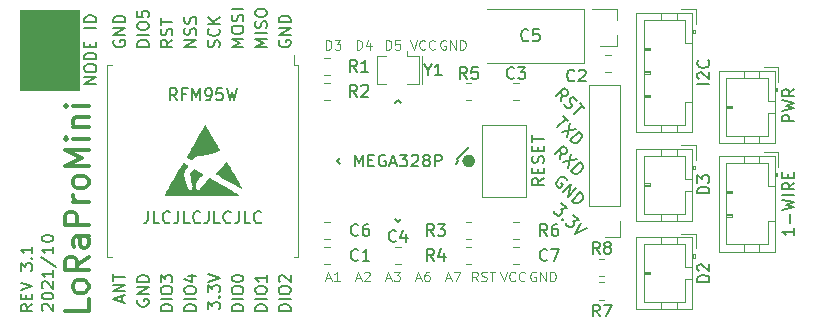
<source format=gbr>
%TF.GenerationSoftware,KiCad,Pcbnew,(5.1.10)-1*%
%TF.CreationDate,2021-10-14T17:03:46+02:00*%
%TF.ProjectId,LoRaProMini,4c6f5261-5072-46f4-9d69-6e692e6b6963,3.1*%
%TF.SameCoordinates,Original*%
%TF.FileFunction,Legend,Top*%
%TF.FilePolarity,Positive*%
%FSLAX46Y46*%
G04 Gerber Fmt 4.6, Leading zero omitted, Abs format (unit mm)*
G04 Created by KiCad (PCBNEW (5.1.10)-1) date 2021-10-14 17:03:46*
%MOMM*%
%LPD*%
G01*
G04 APERTURE LIST*
%ADD10C,0.150000*%
%ADD11C,0.100000*%
%ADD12C,0.120000*%
%ADD13C,0.500000*%
%ADD14C,0.300000*%
%ADD15C,0.010000*%
G04 APERTURE END LIST*
D10*
X106858869Y-103358928D02*
X106811250Y-103311309D01*
X106763630Y-103216071D01*
X106763630Y-102977976D01*
X106811250Y-102882738D01*
X106858869Y-102835119D01*
X106954107Y-102787500D01*
X107049345Y-102787500D01*
X107192202Y-102835119D01*
X107763630Y-103406547D01*
X107763630Y-102787500D01*
X106763630Y-102168452D02*
X106763630Y-102073214D01*
X106811250Y-101977976D01*
X106858869Y-101930357D01*
X106954107Y-101882738D01*
X107144583Y-101835119D01*
X107382678Y-101835119D01*
X107573154Y-101882738D01*
X107668392Y-101930357D01*
X107716011Y-101977976D01*
X107763630Y-102073214D01*
X107763630Y-102168452D01*
X107716011Y-102263690D01*
X107668392Y-102311309D01*
X107573154Y-102358928D01*
X107382678Y-102406547D01*
X107144583Y-102406547D01*
X106954107Y-102358928D01*
X106858869Y-102311309D01*
X106811250Y-102263690D01*
X106763630Y-102168452D01*
X106858869Y-101454166D02*
X106811250Y-101406547D01*
X106763630Y-101311309D01*
X106763630Y-101073214D01*
X106811250Y-100977976D01*
X106858869Y-100930357D01*
X106954107Y-100882738D01*
X107049345Y-100882738D01*
X107192202Y-100930357D01*
X107763630Y-101501785D01*
X107763630Y-100882738D01*
X107763630Y-99930357D02*
X107763630Y-100501785D01*
X107763630Y-100216071D02*
X106763630Y-100216071D01*
X106906488Y-100311309D01*
X107001726Y-100406547D01*
X107049345Y-100501785D01*
X106716011Y-98787500D02*
X108001726Y-99644642D01*
X107763630Y-97930357D02*
X107763630Y-98501785D01*
X107763630Y-98216071D02*
X106763630Y-98216071D01*
X106906488Y-98311309D01*
X107001726Y-98406547D01*
X107049345Y-98501785D01*
X106763630Y-97311309D02*
X106763630Y-97216071D01*
X106811250Y-97120833D01*
X106858869Y-97073214D01*
X106954107Y-97025595D01*
X107144583Y-96977976D01*
X107382678Y-96977976D01*
X107573154Y-97025595D01*
X107668392Y-97073214D01*
X107716011Y-97120833D01*
X107763630Y-97216071D01*
X107763630Y-97311309D01*
X107716011Y-97406547D01*
X107668392Y-97454166D01*
X107573154Y-97501785D01*
X107382678Y-97549404D01*
X107144583Y-97549404D01*
X106954107Y-97501785D01*
X106858869Y-97454166D01*
X106811250Y-97406547D01*
X106763630Y-97311309D01*
X105992380Y-102832857D02*
X105516190Y-103166190D01*
X105992380Y-103404285D02*
X104992380Y-103404285D01*
X104992380Y-103023333D01*
X105040000Y-102928095D01*
X105087619Y-102880476D01*
X105182857Y-102832857D01*
X105325714Y-102832857D01*
X105420952Y-102880476D01*
X105468571Y-102928095D01*
X105516190Y-103023333D01*
X105516190Y-103404285D01*
X105468571Y-102404285D02*
X105468571Y-102070952D01*
X105992380Y-101928095D02*
X105992380Y-102404285D01*
X104992380Y-102404285D01*
X104992380Y-101928095D01*
X104992380Y-101642380D02*
X105992380Y-101309047D01*
X104992380Y-100975714D01*
X104992380Y-99975714D02*
X104992380Y-99356666D01*
X105373333Y-99690000D01*
X105373333Y-99547142D01*
X105420952Y-99451904D01*
X105468571Y-99404285D01*
X105563809Y-99356666D01*
X105801904Y-99356666D01*
X105897142Y-99404285D01*
X105944761Y-99451904D01*
X105992380Y-99547142D01*
X105992380Y-99832857D01*
X105944761Y-99928095D01*
X105897142Y-99975714D01*
X105897142Y-98928095D02*
X105944761Y-98880476D01*
X105992380Y-98928095D01*
X105944761Y-98975714D01*
X105897142Y-98928095D01*
X105992380Y-98928095D01*
X105992380Y-97928095D02*
X105992380Y-98499523D01*
X105992380Y-98213809D02*
X104992380Y-98213809D01*
X105135238Y-98309047D01*
X105230476Y-98404285D01*
X105278095Y-98499523D01*
X111392380Y-84170953D02*
X110392380Y-84170953D01*
X111392380Y-83599524D01*
X110392380Y-83599524D01*
X110392380Y-82932858D02*
X110392380Y-82742381D01*
X110440000Y-82647143D01*
X110535238Y-82551905D01*
X110725714Y-82504286D01*
X111059047Y-82504286D01*
X111249523Y-82551905D01*
X111344761Y-82647143D01*
X111392380Y-82742381D01*
X111392380Y-82932858D01*
X111344761Y-83028096D01*
X111249523Y-83123334D01*
X111059047Y-83170953D01*
X110725714Y-83170953D01*
X110535238Y-83123334D01*
X110440000Y-83028096D01*
X110392380Y-82932858D01*
X111392380Y-82075715D02*
X110392380Y-82075715D01*
X110392380Y-81837620D01*
X110440000Y-81694762D01*
X110535238Y-81599524D01*
X110630476Y-81551905D01*
X110820952Y-81504286D01*
X110963809Y-81504286D01*
X111154285Y-81551905D01*
X111249523Y-81599524D01*
X111344761Y-81694762D01*
X111392380Y-81837620D01*
X111392380Y-82075715D01*
X110868571Y-81075715D02*
X110868571Y-80742381D01*
X111392380Y-80599524D02*
X111392380Y-81075715D01*
X110392380Y-81075715D01*
X110392380Y-80599524D01*
X111392380Y-79409048D02*
X110392380Y-79409048D01*
X111392380Y-78932858D02*
X110392380Y-78932858D01*
X110392380Y-78694762D01*
X110440000Y-78551905D01*
X110535238Y-78456667D01*
X110630476Y-78409048D01*
X110820952Y-78361429D01*
X110963809Y-78361429D01*
X111154285Y-78409048D01*
X111249523Y-78456667D01*
X111344761Y-78551905D01*
X111392380Y-78694762D01*
X111392380Y-78932858D01*
D11*
G36*
X109940000Y-84690000D02*
G01*
X104940000Y-84690000D01*
X104940000Y-77890000D01*
X109940000Y-77890000D01*
X109940000Y-84690000D01*
G37*
X109940000Y-84690000D02*
X104940000Y-84690000D01*
X104940000Y-77890000D01*
X109940000Y-77890000D01*
X109940000Y-84690000D01*
D10*
X133297142Y-91142380D02*
X133297142Y-90142380D01*
X133630476Y-90856666D01*
X133963809Y-90142380D01*
X133963809Y-91142380D01*
X134440000Y-90618571D02*
X134773333Y-90618571D01*
X134916190Y-91142380D02*
X134440000Y-91142380D01*
X134440000Y-90142380D01*
X134916190Y-90142380D01*
X135868571Y-90190000D02*
X135773333Y-90142380D01*
X135630476Y-90142380D01*
X135487619Y-90190000D01*
X135392380Y-90285238D01*
X135344761Y-90380476D01*
X135297142Y-90570952D01*
X135297142Y-90713809D01*
X135344761Y-90904285D01*
X135392380Y-90999523D01*
X135487619Y-91094761D01*
X135630476Y-91142380D01*
X135725714Y-91142380D01*
X135868571Y-91094761D01*
X135916190Y-91047142D01*
X135916190Y-90713809D01*
X135725714Y-90713809D01*
X136297142Y-90856666D02*
X136773333Y-90856666D01*
X136201904Y-91142380D02*
X136535238Y-90142380D01*
X136868571Y-91142380D01*
X137106666Y-90142380D02*
X137725714Y-90142380D01*
X137392380Y-90523333D01*
X137535238Y-90523333D01*
X137630476Y-90570952D01*
X137678095Y-90618571D01*
X137725714Y-90713809D01*
X137725714Y-90951904D01*
X137678095Y-91047142D01*
X137630476Y-91094761D01*
X137535238Y-91142380D01*
X137249523Y-91142380D01*
X137154285Y-91094761D01*
X137106666Y-91047142D01*
X138106666Y-90237619D02*
X138154285Y-90190000D01*
X138249523Y-90142380D01*
X138487619Y-90142380D01*
X138582857Y-90190000D01*
X138630476Y-90237619D01*
X138678095Y-90332857D01*
X138678095Y-90428095D01*
X138630476Y-90570952D01*
X138059047Y-91142380D01*
X138678095Y-91142380D01*
X139249523Y-90570952D02*
X139154285Y-90523333D01*
X139106666Y-90475714D01*
X139059047Y-90380476D01*
X139059047Y-90332857D01*
X139106666Y-90237619D01*
X139154285Y-90190000D01*
X139249523Y-90142380D01*
X139440000Y-90142380D01*
X139535238Y-90190000D01*
X139582857Y-90237619D01*
X139630476Y-90332857D01*
X139630476Y-90380476D01*
X139582857Y-90475714D01*
X139535238Y-90523333D01*
X139440000Y-90570952D01*
X139249523Y-90570952D01*
X139154285Y-90618571D01*
X139106666Y-90666190D01*
X139059047Y-90761428D01*
X139059047Y-90951904D01*
X139106666Y-91047142D01*
X139154285Y-91094761D01*
X139249523Y-91142380D01*
X139440000Y-91142380D01*
X139535238Y-91094761D01*
X139582857Y-91047142D01*
X139630476Y-90951904D01*
X139630476Y-90761428D01*
X139582857Y-90666190D01*
X139535238Y-90618571D01*
X139440000Y-90570952D01*
X140059047Y-91142380D02*
X140059047Y-90142380D01*
X140440000Y-90142380D01*
X140535238Y-90190000D01*
X140582857Y-90237619D01*
X140630476Y-90332857D01*
X140630476Y-90475714D01*
X140582857Y-90570952D01*
X140535238Y-90618571D01*
X140440000Y-90666190D01*
X140059047Y-90666190D01*
D12*
X148610476Y-100090000D02*
X148534285Y-100051904D01*
X148420000Y-100051904D01*
X148305714Y-100090000D01*
X148229523Y-100166190D01*
X148191428Y-100242380D01*
X148153333Y-100394761D01*
X148153333Y-100509047D01*
X148191428Y-100661428D01*
X148229523Y-100737619D01*
X148305714Y-100813809D01*
X148420000Y-100851904D01*
X148496190Y-100851904D01*
X148610476Y-100813809D01*
X148648571Y-100775714D01*
X148648571Y-100509047D01*
X148496190Y-100509047D01*
X148991428Y-100851904D02*
X148991428Y-100051904D01*
X149448571Y-100851904D01*
X149448571Y-100051904D01*
X149829523Y-100851904D02*
X149829523Y-100051904D01*
X150020000Y-100051904D01*
X150134285Y-100090000D01*
X150210476Y-100166190D01*
X150248571Y-100242380D01*
X150286666Y-100394761D01*
X150286666Y-100509047D01*
X150248571Y-100661428D01*
X150210476Y-100737619D01*
X150134285Y-100813809D01*
X150020000Y-100851904D01*
X149829523Y-100851904D01*
X145613333Y-100051904D02*
X145880000Y-100851904D01*
X146146666Y-100051904D01*
X146870476Y-100775714D02*
X146832380Y-100813809D01*
X146718095Y-100851904D01*
X146641904Y-100851904D01*
X146527619Y-100813809D01*
X146451428Y-100737619D01*
X146413333Y-100661428D01*
X146375238Y-100509047D01*
X146375238Y-100394761D01*
X146413333Y-100242380D01*
X146451428Y-100166190D01*
X146527619Y-100090000D01*
X146641904Y-100051904D01*
X146718095Y-100051904D01*
X146832380Y-100090000D01*
X146870476Y-100128095D01*
X147670476Y-100775714D02*
X147632380Y-100813809D01*
X147518095Y-100851904D01*
X147441904Y-100851904D01*
X147327619Y-100813809D01*
X147251428Y-100737619D01*
X147213333Y-100661428D01*
X147175238Y-100509047D01*
X147175238Y-100394761D01*
X147213333Y-100242380D01*
X147251428Y-100166190D01*
X147327619Y-100090000D01*
X147441904Y-100051904D01*
X147518095Y-100051904D01*
X147632380Y-100090000D01*
X147670476Y-100128095D01*
X143701904Y-100851904D02*
X143435238Y-100470952D01*
X143244761Y-100851904D02*
X143244761Y-100051904D01*
X143549523Y-100051904D01*
X143625714Y-100090000D01*
X143663809Y-100128095D01*
X143701904Y-100204285D01*
X143701904Y-100318571D01*
X143663809Y-100394761D01*
X143625714Y-100432857D01*
X143549523Y-100470952D01*
X143244761Y-100470952D01*
X144006666Y-100813809D02*
X144120952Y-100851904D01*
X144311428Y-100851904D01*
X144387619Y-100813809D01*
X144425714Y-100775714D01*
X144463809Y-100699523D01*
X144463809Y-100623333D01*
X144425714Y-100547142D01*
X144387619Y-100509047D01*
X144311428Y-100470952D01*
X144159047Y-100432857D01*
X144082857Y-100394761D01*
X144044761Y-100356666D01*
X144006666Y-100280476D01*
X144006666Y-100204285D01*
X144044761Y-100128095D01*
X144082857Y-100090000D01*
X144159047Y-100051904D01*
X144349523Y-100051904D01*
X144463809Y-100090000D01*
X144692380Y-100051904D02*
X145149523Y-100051904D01*
X144920952Y-100851904D02*
X144920952Y-100051904D01*
X141028571Y-100623333D02*
X141409523Y-100623333D01*
X140952380Y-100851904D02*
X141219047Y-100051904D01*
X141485714Y-100851904D01*
X141676190Y-100051904D02*
X142209523Y-100051904D01*
X141866666Y-100851904D01*
X138488571Y-100623333D02*
X138869523Y-100623333D01*
X138412380Y-100851904D02*
X138679047Y-100051904D01*
X138945714Y-100851904D01*
X139555238Y-100051904D02*
X139402857Y-100051904D01*
X139326666Y-100090000D01*
X139288571Y-100128095D01*
X139212380Y-100242380D01*
X139174285Y-100394761D01*
X139174285Y-100699523D01*
X139212380Y-100775714D01*
X139250476Y-100813809D01*
X139326666Y-100851904D01*
X139479047Y-100851904D01*
X139555238Y-100813809D01*
X139593333Y-100775714D01*
X139631428Y-100699523D01*
X139631428Y-100509047D01*
X139593333Y-100432857D01*
X139555238Y-100394761D01*
X139479047Y-100356666D01*
X139326666Y-100356666D01*
X139250476Y-100394761D01*
X139212380Y-100432857D01*
X139174285Y-100509047D01*
X135948571Y-100623333D02*
X136329523Y-100623333D01*
X135872380Y-100851904D02*
X136139047Y-100051904D01*
X136405714Y-100851904D01*
X136596190Y-100051904D02*
X137091428Y-100051904D01*
X136824761Y-100356666D01*
X136939047Y-100356666D01*
X137015238Y-100394761D01*
X137053333Y-100432857D01*
X137091428Y-100509047D01*
X137091428Y-100699523D01*
X137053333Y-100775714D01*
X137015238Y-100813809D01*
X136939047Y-100851904D01*
X136710476Y-100851904D01*
X136634285Y-100813809D01*
X136596190Y-100775714D01*
X133408571Y-100623333D02*
X133789523Y-100623333D01*
X133332380Y-100851904D02*
X133599047Y-100051904D01*
X133865714Y-100851904D01*
X134094285Y-100128095D02*
X134132380Y-100090000D01*
X134208571Y-100051904D01*
X134399047Y-100051904D01*
X134475238Y-100090000D01*
X134513333Y-100128095D01*
X134551428Y-100204285D01*
X134551428Y-100280476D01*
X134513333Y-100394761D01*
X134056190Y-100851904D01*
X134551428Y-100851904D01*
X130868571Y-100623333D02*
X131249523Y-100623333D01*
X130792380Y-100851904D02*
X131059047Y-100051904D01*
X131325714Y-100851904D01*
X132011428Y-100851904D02*
X131554285Y-100851904D01*
X131782857Y-100851904D02*
X131782857Y-100051904D01*
X131706666Y-100166190D01*
X131630476Y-100242380D01*
X131554285Y-100280476D01*
X140990476Y-80490000D02*
X140914285Y-80451904D01*
X140800000Y-80451904D01*
X140685714Y-80490000D01*
X140609523Y-80566190D01*
X140571428Y-80642380D01*
X140533333Y-80794761D01*
X140533333Y-80909047D01*
X140571428Y-81061428D01*
X140609523Y-81137619D01*
X140685714Y-81213809D01*
X140800000Y-81251904D01*
X140876190Y-81251904D01*
X140990476Y-81213809D01*
X141028571Y-81175714D01*
X141028571Y-80909047D01*
X140876190Y-80909047D01*
X141371428Y-81251904D02*
X141371428Y-80451904D01*
X141828571Y-81251904D01*
X141828571Y-80451904D01*
X142209523Y-81251904D02*
X142209523Y-80451904D01*
X142400000Y-80451904D01*
X142514285Y-80490000D01*
X142590476Y-80566190D01*
X142628571Y-80642380D01*
X142666666Y-80794761D01*
X142666666Y-80909047D01*
X142628571Y-81061428D01*
X142590476Y-81137619D01*
X142514285Y-81213809D01*
X142400000Y-81251904D01*
X142209523Y-81251904D01*
X137993333Y-80451904D02*
X138260000Y-81251904D01*
X138526666Y-80451904D01*
X139250476Y-81175714D02*
X139212380Y-81213809D01*
X139098095Y-81251904D01*
X139021904Y-81251904D01*
X138907619Y-81213809D01*
X138831428Y-81137619D01*
X138793333Y-81061428D01*
X138755238Y-80909047D01*
X138755238Y-80794761D01*
X138793333Y-80642380D01*
X138831428Y-80566190D01*
X138907619Y-80490000D01*
X139021904Y-80451904D01*
X139098095Y-80451904D01*
X139212380Y-80490000D01*
X139250476Y-80528095D01*
X140050476Y-81175714D02*
X140012380Y-81213809D01*
X139898095Y-81251904D01*
X139821904Y-81251904D01*
X139707619Y-81213809D01*
X139631428Y-81137619D01*
X139593333Y-81061428D01*
X139555238Y-80909047D01*
X139555238Y-80794761D01*
X139593333Y-80642380D01*
X139631428Y-80566190D01*
X139707619Y-80490000D01*
X139821904Y-80451904D01*
X139898095Y-80451904D01*
X140012380Y-80490000D01*
X140050476Y-80528095D01*
X135929523Y-81251904D02*
X135929523Y-80451904D01*
X136120000Y-80451904D01*
X136234285Y-80490000D01*
X136310476Y-80566190D01*
X136348571Y-80642380D01*
X136386666Y-80794761D01*
X136386666Y-80909047D01*
X136348571Y-81061428D01*
X136310476Y-81137619D01*
X136234285Y-81213809D01*
X136120000Y-81251904D01*
X135929523Y-81251904D01*
X137110476Y-80451904D02*
X136729523Y-80451904D01*
X136691428Y-80832857D01*
X136729523Y-80794761D01*
X136805714Y-80756666D01*
X136996190Y-80756666D01*
X137072380Y-80794761D01*
X137110476Y-80832857D01*
X137148571Y-80909047D01*
X137148571Y-81099523D01*
X137110476Y-81175714D01*
X137072380Y-81213809D01*
X136996190Y-81251904D01*
X136805714Y-81251904D01*
X136729523Y-81213809D01*
X136691428Y-81175714D01*
X133449523Y-81251904D02*
X133449523Y-80451904D01*
X133640000Y-80451904D01*
X133754285Y-80490000D01*
X133830476Y-80566190D01*
X133868571Y-80642380D01*
X133906666Y-80794761D01*
X133906666Y-80909047D01*
X133868571Y-81061428D01*
X133830476Y-81137619D01*
X133754285Y-81213809D01*
X133640000Y-81251904D01*
X133449523Y-81251904D01*
X134592380Y-80718571D02*
X134592380Y-81251904D01*
X134401904Y-80413809D02*
X134211428Y-80985238D01*
X134706666Y-80985238D01*
X130849523Y-81251904D02*
X130849523Y-80451904D01*
X131040000Y-80451904D01*
X131154285Y-80490000D01*
X131230476Y-80566190D01*
X131268571Y-80642380D01*
X131306666Y-80794761D01*
X131306666Y-80909047D01*
X131268571Y-81061428D01*
X131230476Y-81137619D01*
X131154285Y-81213809D01*
X131040000Y-81251904D01*
X130849523Y-81251904D01*
X131573333Y-80451904D02*
X132068571Y-80451904D01*
X131801904Y-80756666D01*
X131916190Y-80756666D01*
X131992380Y-80794761D01*
X132030476Y-80832857D01*
X132068571Y-80909047D01*
X132068571Y-81099523D01*
X132030476Y-81175714D01*
X131992380Y-81213809D01*
X131916190Y-81251904D01*
X131687619Y-81251904D01*
X131611428Y-81213809D01*
X131573333Y-81175714D01*
D13*
X143240000Y-90690000D02*
G75*
G03*
X143240000Y-90690000I-300000J0D01*
G01*
D10*
X149292380Y-92142380D02*
X148816190Y-92475714D01*
X149292380Y-92713809D02*
X148292380Y-92713809D01*
X148292380Y-92332857D01*
X148340000Y-92237619D01*
X148387619Y-92190000D01*
X148482857Y-92142380D01*
X148625714Y-92142380D01*
X148720952Y-92190000D01*
X148768571Y-92237619D01*
X148816190Y-92332857D01*
X148816190Y-92713809D01*
X148768571Y-91713809D02*
X148768571Y-91380476D01*
X149292380Y-91237619D02*
X149292380Y-91713809D01*
X148292380Y-91713809D01*
X148292380Y-91237619D01*
X149244761Y-90856666D02*
X149292380Y-90713809D01*
X149292380Y-90475714D01*
X149244761Y-90380476D01*
X149197142Y-90332857D01*
X149101904Y-90285238D01*
X149006666Y-90285238D01*
X148911428Y-90332857D01*
X148863809Y-90380476D01*
X148816190Y-90475714D01*
X148768571Y-90666190D01*
X148720952Y-90761428D01*
X148673333Y-90809047D01*
X148578095Y-90856666D01*
X148482857Y-90856666D01*
X148387619Y-90809047D01*
X148340000Y-90761428D01*
X148292380Y-90666190D01*
X148292380Y-90428095D01*
X148340000Y-90285238D01*
X148768571Y-89856666D02*
X148768571Y-89523333D01*
X149292380Y-89380476D02*
X149292380Y-89856666D01*
X148292380Y-89856666D01*
X148292380Y-89380476D01*
X148292380Y-89094761D02*
X148292380Y-88523333D01*
X149292380Y-88809047D02*
X148292380Y-88809047D01*
X163292380Y-100928096D02*
X162292380Y-100928096D01*
X162292380Y-100690001D01*
X162340000Y-100547143D01*
X162435238Y-100451905D01*
X162530476Y-100404286D01*
X162720952Y-100356667D01*
X162863809Y-100356667D01*
X163054285Y-100404286D01*
X163149523Y-100451905D01*
X163244761Y-100547143D01*
X163292380Y-100690001D01*
X163292380Y-100928096D01*
X162387619Y-99975715D02*
X162340000Y-99928096D01*
X162292380Y-99832858D01*
X162292380Y-99594762D01*
X162340000Y-99499524D01*
X162387619Y-99451905D01*
X162482857Y-99404286D01*
X162578095Y-99404286D01*
X162720952Y-99451905D01*
X163292380Y-100023334D01*
X163292380Y-99404286D01*
X163292380Y-93428096D02*
X162292380Y-93428096D01*
X162292380Y-93190001D01*
X162340000Y-93047143D01*
X162435238Y-92951905D01*
X162530476Y-92904286D01*
X162720952Y-92856667D01*
X162863809Y-92856667D01*
X163054285Y-92904286D01*
X163149523Y-92951905D01*
X163244761Y-93047143D01*
X163292380Y-93190001D01*
X163292380Y-93428096D01*
X162292380Y-92523334D02*
X162292380Y-91904286D01*
X162673333Y-92237620D01*
X162673333Y-92094762D01*
X162720952Y-91999524D01*
X162768571Y-91951905D01*
X162863809Y-91904286D01*
X163101904Y-91904286D01*
X163197142Y-91951905D01*
X163244761Y-91999524D01*
X163292380Y-92094762D01*
X163292380Y-92380477D01*
X163244761Y-92475715D01*
X163197142Y-92523334D01*
X163292380Y-84166191D02*
X162292380Y-84166191D01*
X162387619Y-83737620D02*
X162340000Y-83690001D01*
X162292380Y-83594762D01*
X162292380Y-83356667D01*
X162340000Y-83261429D01*
X162387619Y-83213810D01*
X162482857Y-83166191D01*
X162578095Y-83166191D01*
X162720952Y-83213810D01*
X163292380Y-83785239D01*
X163292380Y-83166191D01*
X163197142Y-82166191D02*
X163244761Y-82213810D01*
X163292380Y-82356667D01*
X163292380Y-82451905D01*
X163244761Y-82594762D01*
X163149523Y-82690001D01*
X163054285Y-82737620D01*
X162863809Y-82785239D01*
X162720952Y-82785239D01*
X162530476Y-82737620D01*
X162435238Y-82690001D01*
X162340000Y-82594762D01*
X162292380Y-82451905D01*
X162292380Y-82356667D01*
X162340000Y-82213810D01*
X162387619Y-82166191D01*
X170492380Y-96385238D02*
X170492380Y-96956666D01*
X170492380Y-96670952D02*
X169492380Y-96670952D01*
X169635238Y-96766190D01*
X169730476Y-96861428D01*
X169778095Y-96956666D01*
X170111428Y-95956666D02*
X170111428Y-95194761D01*
X169492380Y-94813809D02*
X170492380Y-94575714D01*
X169778095Y-94385238D01*
X170492380Y-94194761D01*
X169492380Y-93956666D01*
X170492380Y-93575714D02*
X169492380Y-93575714D01*
X170492380Y-92528095D02*
X170016190Y-92861428D01*
X170492380Y-93099523D02*
X169492380Y-93099523D01*
X169492380Y-92718571D01*
X169540000Y-92623333D01*
X169587619Y-92575714D01*
X169682857Y-92528095D01*
X169825714Y-92528095D01*
X169920952Y-92575714D01*
X169968571Y-92623333D01*
X170016190Y-92718571D01*
X170016190Y-93099523D01*
X169968571Y-92099523D02*
X169968571Y-91766190D01*
X170492380Y-91623333D02*
X170492380Y-92099523D01*
X169492380Y-92099523D01*
X169492380Y-91623333D01*
X150732893Y-85622656D02*
X150833908Y-85050236D01*
X150328832Y-85218595D02*
X151035938Y-84511488D01*
X151305312Y-84780862D01*
X151338984Y-84881877D01*
X151338984Y-84949221D01*
X151305312Y-85050236D01*
X151204297Y-85151251D01*
X151103282Y-85184923D01*
X151035938Y-85184923D01*
X150934923Y-85151251D01*
X150665549Y-84881877D01*
X151035938Y-85858358D02*
X151103282Y-85993045D01*
X151271641Y-86161404D01*
X151372656Y-86195076D01*
X151440000Y-86195076D01*
X151541015Y-86161404D01*
X151608358Y-86094061D01*
X151642030Y-85993045D01*
X151642030Y-85925702D01*
X151608358Y-85824687D01*
X151507343Y-85656328D01*
X151473671Y-85555312D01*
X151473671Y-85487969D01*
X151507343Y-85386954D01*
X151574687Y-85319610D01*
X151675702Y-85285938D01*
X151743045Y-85285938D01*
X151844061Y-85319610D01*
X152012419Y-85487969D01*
X152079763Y-85622656D01*
X152315465Y-85791015D02*
X152719526Y-86195076D01*
X151810389Y-86700152D02*
X152517496Y-85993045D01*
X150934923Y-86910473D02*
X151338984Y-87314534D01*
X150429847Y-87819610D02*
X151136954Y-87112503D01*
X151507343Y-87482893D02*
X151271641Y-88661404D01*
X151978748Y-87954297D02*
X150800236Y-88190000D01*
X151541015Y-88930778D02*
X152248122Y-88223671D01*
X152416480Y-88392030D01*
X152483824Y-88526717D01*
X152483824Y-88661404D01*
X152450152Y-88762419D01*
X152349137Y-88930778D01*
X152248122Y-89031793D01*
X152079763Y-89132809D01*
X151978748Y-89166480D01*
X151844061Y-89166480D01*
X151709374Y-89099137D01*
X151541015Y-88930778D01*
X150648713Y-90538477D02*
X150749729Y-89966057D01*
X150244652Y-90134416D02*
X150951759Y-89427309D01*
X151221133Y-89696683D01*
X151254805Y-89797698D01*
X151254805Y-89865042D01*
X151221133Y-89966057D01*
X151120118Y-90067072D01*
X151019103Y-90100744D01*
X150951759Y-90100744D01*
X150850744Y-90067072D01*
X150581370Y-89797698D01*
X151591522Y-90067072D02*
X151355820Y-91245583D01*
X152062927Y-90538477D02*
X150884416Y-90774179D01*
X151625194Y-91514957D02*
X152332301Y-90807851D01*
X152500660Y-90976209D01*
X152568003Y-91110896D01*
X152568003Y-91245583D01*
X152534331Y-91346599D01*
X152433316Y-91514957D01*
X152332301Y-91615973D01*
X152163942Y-91716988D01*
X152062927Y-91750660D01*
X151928240Y-91750660D01*
X151793553Y-91683316D01*
X151625194Y-91514957D01*
X151254805Y-92297698D02*
X151221133Y-92196683D01*
X151120118Y-92095668D01*
X150985431Y-92028324D01*
X150850744Y-92028324D01*
X150749729Y-92061996D01*
X150581370Y-92163011D01*
X150480355Y-92264026D01*
X150379339Y-92432385D01*
X150345668Y-92533400D01*
X150345668Y-92668087D01*
X150413011Y-92802774D01*
X150480355Y-92870118D01*
X150615042Y-92937461D01*
X150682385Y-92937461D01*
X150918087Y-92701759D01*
X150783400Y-92567072D01*
X150918087Y-93307851D02*
X151625194Y-92600744D01*
X151322148Y-93711912D01*
X152029255Y-93004805D01*
X151658866Y-94048629D02*
X152365973Y-93341522D01*
X152534331Y-93509881D01*
X152601675Y-93644568D01*
X152601675Y-93779255D01*
X152568003Y-93880270D01*
X152466988Y-94048629D01*
X152365973Y-94149644D01*
X152197614Y-94250660D01*
X152096599Y-94284331D01*
X151961912Y-94284331D01*
X151827225Y-94216988D01*
X151658866Y-94048629D01*
X150783400Y-94258950D02*
X151221133Y-94696683D01*
X150716057Y-94730355D01*
X150817072Y-94831370D01*
X150850744Y-94932385D01*
X150850744Y-94999729D01*
X150817072Y-95100744D01*
X150648713Y-95269103D01*
X150547698Y-95302774D01*
X150480355Y-95302774D01*
X150379339Y-95269103D01*
X150177309Y-95067072D01*
X150143637Y-94966057D01*
X150143637Y-94898713D01*
X150884416Y-95639492D02*
X150884416Y-95706835D01*
X150817072Y-95706835D01*
X150817072Y-95639492D01*
X150884416Y-95639492D01*
X150817072Y-95706835D01*
X151793553Y-95269103D02*
X152231286Y-95706835D01*
X151726209Y-95740507D01*
X151827225Y-95841522D01*
X151860896Y-95942538D01*
X151860896Y-96009881D01*
X151827225Y-96110896D01*
X151658866Y-96279255D01*
X151557851Y-96312927D01*
X151490507Y-96312927D01*
X151389492Y-96279255D01*
X151187461Y-96077225D01*
X151153790Y-95976209D01*
X151153790Y-95908866D01*
X152433316Y-95908866D02*
X151961912Y-96851675D01*
X152904721Y-96380270D01*
X118225714Y-85542380D02*
X117892380Y-85066190D01*
X117654285Y-85542380D02*
X117654285Y-84542380D01*
X118035238Y-84542380D01*
X118130476Y-84590000D01*
X118178095Y-84637619D01*
X118225714Y-84732857D01*
X118225714Y-84875714D01*
X118178095Y-84970952D01*
X118130476Y-85018571D01*
X118035238Y-85066190D01*
X117654285Y-85066190D01*
X118987619Y-85018571D02*
X118654285Y-85018571D01*
X118654285Y-85542380D02*
X118654285Y-84542380D01*
X119130476Y-84542380D01*
X119511428Y-85542380D02*
X119511428Y-84542380D01*
X119844761Y-85256666D01*
X120178095Y-84542380D01*
X120178095Y-85542380D01*
X120701904Y-85542380D02*
X120892380Y-85542380D01*
X120987619Y-85494761D01*
X121035238Y-85447142D01*
X121130476Y-85304285D01*
X121178095Y-85113809D01*
X121178095Y-84732857D01*
X121130476Y-84637619D01*
X121082857Y-84590000D01*
X120987619Y-84542380D01*
X120797142Y-84542380D01*
X120701904Y-84590000D01*
X120654285Y-84637619D01*
X120606666Y-84732857D01*
X120606666Y-84970952D01*
X120654285Y-85066190D01*
X120701904Y-85113809D01*
X120797142Y-85161428D01*
X120987619Y-85161428D01*
X121082857Y-85113809D01*
X121130476Y-85066190D01*
X121178095Y-84970952D01*
X122082857Y-84542380D02*
X121606666Y-84542380D01*
X121559047Y-85018571D01*
X121606666Y-84970952D01*
X121701904Y-84923333D01*
X121940000Y-84923333D01*
X122035238Y-84970952D01*
X122082857Y-85018571D01*
X122130476Y-85113809D01*
X122130476Y-85351904D01*
X122082857Y-85447142D01*
X122035238Y-85494761D01*
X121940000Y-85542380D01*
X121701904Y-85542380D01*
X121606666Y-85494761D01*
X121559047Y-85447142D01*
X122463809Y-84542380D02*
X122701904Y-85542380D01*
X122892380Y-84828095D01*
X123082857Y-85542380D01*
X123320952Y-84542380D01*
X170492380Y-87323333D02*
X169492380Y-87323333D01*
X169492380Y-86942380D01*
X169540000Y-86847142D01*
X169587619Y-86799523D01*
X169682857Y-86751904D01*
X169825714Y-86751904D01*
X169920952Y-86799523D01*
X169968571Y-86847142D01*
X170016190Y-86942380D01*
X170016190Y-87323333D01*
X169492380Y-86418571D02*
X170492380Y-86180476D01*
X169778095Y-85990000D01*
X170492380Y-85799523D01*
X169492380Y-85561428D01*
X170492380Y-84609047D02*
X170016190Y-84942380D01*
X170492380Y-85180476D02*
X169492380Y-85180476D01*
X169492380Y-84799523D01*
X169540000Y-84704285D01*
X169587619Y-84656666D01*
X169682857Y-84609047D01*
X169825714Y-84609047D01*
X169920952Y-84656666D01*
X169968571Y-84704285D01*
X170016190Y-84799523D01*
X170016190Y-85180476D01*
X115779952Y-94942380D02*
X115779952Y-95656666D01*
X115732333Y-95799523D01*
X115637095Y-95894761D01*
X115494238Y-95942380D01*
X115399000Y-95942380D01*
X116732333Y-95942380D02*
X116256142Y-95942380D01*
X116256142Y-94942380D01*
X117637095Y-95847142D02*
X117589476Y-95894761D01*
X117446619Y-95942380D01*
X117351380Y-95942380D01*
X117208523Y-95894761D01*
X117113285Y-95799523D01*
X117065666Y-95704285D01*
X117018047Y-95513809D01*
X117018047Y-95370952D01*
X117065666Y-95180476D01*
X117113285Y-95085238D01*
X117208523Y-94990000D01*
X117351380Y-94942380D01*
X117446619Y-94942380D01*
X117589476Y-94990000D01*
X117637095Y-95037619D01*
X118351380Y-94942380D02*
X118351380Y-95656666D01*
X118303761Y-95799523D01*
X118208523Y-95894761D01*
X118065666Y-95942380D01*
X117970428Y-95942380D01*
X119303761Y-95942380D02*
X118827571Y-95942380D01*
X118827571Y-94942380D01*
X120208523Y-95847142D02*
X120160904Y-95894761D01*
X120018047Y-95942380D01*
X119922809Y-95942380D01*
X119779952Y-95894761D01*
X119684714Y-95799523D01*
X119637095Y-95704285D01*
X119589476Y-95513809D01*
X119589476Y-95370952D01*
X119637095Y-95180476D01*
X119684714Y-95085238D01*
X119779952Y-94990000D01*
X119922809Y-94942380D01*
X120018047Y-94942380D01*
X120160904Y-94990000D01*
X120208523Y-95037619D01*
X120922809Y-94942380D02*
X120922809Y-95656666D01*
X120875190Y-95799523D01*
X120779952Y-95894761D01*
X120637095Y-95942380D01*
X120541857Y-95942380D01*
X121875190Y-95942380D02*
X121399000Y-95942380D01*
X121399000Y-94942380D01*
X122779952Y-95847142D02*
X122732333Y-95894761D01*
X122589476Y-95942380D01*
X122494238Y-95942380D01*
X122351380Y-95894761D01*
X122256142Y-95799523D01*
X122208523Y-95704285D01*
X122160904Y-95513809D01*
X122160904Y-95370952D01*
X122208523Y-95180476D01*
X122256142Y-95085238D01*
X122351380Y-94990000D01*
X122494238Y-94942380D01*
X122589476Y-94942380D01*
X122732333Y-94990000D01*
X122779952Y-95037619D01*
X123494238Y-94942380D02*
X123494238Y-95656666D01*
X123446619Y-95799523D01*
X123351380Y-95894761D01*
X123208523Y-95942380D01*
X123113285Y-95942380D01*
X124446619Y-95942380D02*
X123970428Y-95942380D01*
X123970428Y-94942380D01*
X125351380Y-95847142D02*
X125303761Y-95894761D01*
X125160904Y-95942380D01*
X125065666Y-95942380D01*
X124922809Y-95894761D01*
X124827571Y-95799523D01*
X124779952Y-95704285D01*
X124732333Y-95513809D01*
X124732333Y-95370952D01*
X124779952Y-95180476D01*
X124827571Y-95085238D01*
X124922809Y-94990000D01*
X125065666Y-94942380D01*
X125160904Y-94942380D01*
X125303761Y-94990000D01*
X125351380Y-95037619D01*
D14*
X110744761Y-102404285D02*
X110744761Y-103356666D01*
X108744761Y-103356666D01*
X110744761Y-101451904D02*
X110649523Y-101642380D01*
X110554285Y-101737619D01*
X110363809Y-101832857D01*
X109792380Y-101832857D01*
X109601904Y-101737619D01*
X109506666Y-101642380D01*
X109411428Y-101451904D01*
X109411428Y-101166190D01*
X109506666Y-100975714D01*
X109601904Y-100880476D01*
X109792380Y-100785238D01*
X110363809Y-100785238D01*
X110554285Y-100880476D01*
X110649523Y-100975714D01*
X110744761Y-101166190D01*
X110744761Y-101451904D01*
X110744761Y-98785238D02*
X109792380Y-99451904D01*
X110744761Y-99928095D02*
X108744761Y-99928095D01*
X108744761Y-99166190D01*
X108840000Y-98975714D01*
X108935238Y-98880476D01*
X109125714Y-98785238D01*
X109411428Y-98785238D01*
X109601904Y-98880476D01*
X109697142Y-98975714D01*
X109792380Y-99166190D01*
X109792380Y-99928095D01*
X110744761Y-97070952D02*
X109697142Y-97070952D01*
X109506666Y-97166190D01*
X109411428Y-97356666D01*
X109411428Y-97737619D01*
X109506666Y-97928095D01*
X110649523Y-97070952D02*
X110744761Y-97261428D01*
X110744761Y-97737619D01*
X110649523Y-97928095D01*
X110459047Y-98023333D01*
X110268571Y-98023333D01*
X110078095Y-97928095D01*
X109982857Y-97737619D01*
X109982857Y-97261428D01*
X109887619Y-97070952D01*
X110744761Y-96118571D02*
X108744761Y-96118571D01*
X108744761Y-95356666D01*
X108840000Y-95166190D01*
X108935238Y-95070952D01*
X109125714Y-94975714D01*
X109411428Y-94975714D01*
X109601904Y-95070952D01*
X109697142Y-95166190D01*
X109792380Y-95356666D01*
X109792380Y-96118571D01*
X110744761Y-94118571D02*
X109411428Y-94118571D01*
X109792380Y-94118571D02*
X109601904Y-94023333D01*
X109506666Y-93928095D01*
X109411428Y-93737619D01*
X109411428Y-93547142D01*
X110744761Y-92594761D02*
X110649523Y-92785238D01*
X110554285Y-92880476D01*
X110363809Y-92975714D01*
X109792380Y-92975714D01*
X109601904Y-92880476D01*
X109506666Y-92785238D01*
X109411428Y-92594761D01*
X109411428Y-92309047D01*
X109506666Y-92118571D01*
X109601904Y-92023333D01*
X109792380Y-91928095D01*
X110363809Y-91928095D01*
X110554285Y-92023333D01*
X110649523Y-92118571D01*
X110744761Y-92309047D01*
X110744761Y-92594761D01*
X110744761Y-91070952D02*
X108744761Y-91070952D01*
X110173333Y-90404285D01*
X108744761Y-89737619D01*
X110744761Y-89737619D01*
X110744761Y-88785238D02*
X109411428Y-88785238D01*
X108744761Y-88785238D02*
X108840000Y-88880476D01*
X108935238Y-88785238D01*
X108840000Y-88690000D01*
X108744761Y-88785238D01*
X108935238Y-88785238D01*
X109411428Y-87832857D02*
X110744761Y-87832857D01*
X109601904Y-87832857D02*
X109506666Y-87737619D01*
X109411428Y-87547142D01*
X109411428Y-87261428D01*
X109506666Y-87070952D01*
X109697142Y-86975714D01*
X110744761Y-86975714D01*
X110744761Y-86023333D02*
X109411428Y-86023333D01*
X108744761Y-86023333D02*
X108840000Y-86118571D01*
X108935238Y-86023333D01*
X108840000Y-85928095D01*
X108744761Y-86023333D01*
X108935238Y-86023333D01*
D12*
%TO.C,U2*%
X128149000Y-82590000D02*
X128149000Y-81690000D01*
X128499000Y-82590000D02*
X128149000Y-82590000D01*
X112299000Y-98790000D02*
X112699000Y-98790000D01*
X112299000Y-82590000D02*
X112299000Y-98790000D01*
X112699000Y-82590000D02*
X112299000Y-82590000D01*
X128499000Y-98790000D02*
X128099000Y-98790000D01*
X128499000Y-82590000D02*
X128499000Y-98790000D01*
D10*
%TO.C,U4*%
X142066524Y-90690000D02*
X141907425Y-90530901D01*
X136940000Y-95816524D02*
X136710190Y-95586714D01*
X131813476Y-90690000D02*
X132043286Y-90919810D01*
X136940000Y-85563476D02*
X137169810Y-85793286D01*
X142066524Y-90690000D02*
X141836714Y-90919810D01*
X136940000Y-85563476D02*
X136710190Y-85793286D01*
X131813476Y-90690000D02*
X132043286Y-90460190D01*
X136940000Y-95816524D02*
X137169810Y-95586714D01*
X141907425Y-90530901D02*
X142915052Y-89523274D01*
D12*
%TO.C,J1*%
X168850000Y-83030000D02*
X164130000Y-83030000D01*
X164130000Y-83030000D02*
X164130000Y-89150000D01*
X164130000Y-89150000D02*
X168850000Y-89150000D01*
X168850000Y-89150000D02*
X168850000Y-83030000D01*
X168850000Y-84790000D02*
X169050000Y-84790000D01*
X169050000Y-84790000D02*
X169050000Y-84490000D01*
X169050000Y-84490000D02*
X168850000Y-84490000D01*
X168950000Y-84790000D02*
X168950000Y-84490000D01*
X168850000Y-85590000D02*
X168240000Y-85590000D01*
X168240000Y-85590000D02*
X168240000Y-83640000D01*
X168240000Y-83640000D02*
X164740000Y-83640000D01*
X164740000Y-83640000D02*
X164740000Y-88540000D01*
X164740000Y-88540000D02*
X168240000Y-88540000D01*
X168240000Y-88540000D02*
X168240000Y-86590000D01*
X168240000Y-86590000D02*
X168850000Y-86590000D01*
X167540000Y-83030000D02*
X167540000Y-83640000D01*
X166240000Y-83030000D02*
X166240000Y-83640000D01*
X167540000Y-89150000D02*
X167540000Y-88540000D01*
X166240000Y-89150000D02*
X166240000Y-88540000D01*
X164740000Y-85990000D02*
X165240000Y-85990000D01*
X165240000Y-85990000D02*
X165240000Y-86190000D01*
X165240000Y-86190000D02*
X164740000Y-86190000D01*
X164740000Y-86090000D02*
X165240000Y-86090000D01*
X169150000Y-83980000D02*
X169150000Y-82730000D01*
X169150000Y-82730000D02*
X167900000Y-82730000D01*
D15*
%TO.C,REF\u002A\u002A*%
G36*
X120604043Y-87675835D02*
G01*
X120627065Y-87713245D01*
X120662534Y-87772514D01*
X120708996Y-87851118D01*
X120764996Y-87946538D01*
X120829081Y-88056250D01*
X120899796Y-88177734D01*
X120975687Y-88308468D01*
X121055299Y-88445930D01*
X121137178Y-88587598D01*
X121219870Y-88730951D01*
X121301921Y-88873467D01*
X121381876Y-89012624D01*
X121458281Y-89145901D01*
X121529682Y-89270776D01*
X121594624Y-89384727D01*
X121651653Y-89485233D01*
X121699315Y-89569772D01*
X121736155Y-89635822D01*
X121760720Y-89680862D01*
X121771554Y-89702370D01*
X121771951Y-89703714D01*
X121758501Y-89721965D01*
X121721114Y-89749882D01*
X121664235Y-89784725D01*
X121592312Y-89823754D01*
X121517015Y-89860843D01*
X121414560Y-89905817D01*
X121306817Y-89946226D01*
X121190073Y-89982969D01*
X121060618Y-90016942D01*
X120914740Y-90049044D01*
X120748726Y-90080173D01*
X120558866Y-90111227D01*
X120362469Y-90140145D01*
X120191834Y-90165800D01*
X120048545Y-90191198D01*
X119929008Y-90217602D01*
X119829630Y-90246273D01*
X119746818Y-90278473D01*
X119676978Y-90315465D01*
X119616518Y-90358512D01*
X119561845Y-90408875D01*
X119544214Y-90427583D01*
X119506000Y-90471139D01*
X119477732Y-90506682D01*
X119464618Y-90527583D01*
X119464268Y-90529297D01*
X119459680Y-90539806D01*
X119443758Y-90539924D01*
X119413266Y-90528254D01*
X119364968Y-90503396D01*
X119295627Y-90463952D01*
X119247439Y-90435587D01*
X119175583Y-90391247D01*
X119119742Y-90353279D01*
X119083667Y-90324416D01*
X119071113Y-90307388D01*
X119071121Y-90307264D01*
X119078906Y-90291037D01*
X119100892Y-90250400D01*
X119135803Y-90187567D01*
X119182363Y-90104752D01*
X119239295Y-90004172D01*
X119305323Y-89888040D01*
X119379172Y-89758571D01*
X119459564Y-89617980D01*
X119545224Y-89468482D01*
X119634876Y-89312292D01*
X119727243Y-89151624D01*
X119821049Y-88988693D01*
X119915018Y-88825713D01*
X120007874Y-88664900D01*
X120098340Y-88508468D01*
X120185141Y-88358633D01*
X120267000Y-88217608D01*
X120342641Y-88087609D01*
X120410787Y-87970849D01*
X120470163Y-87869545D01*
X120519493Y-87785911D01*
X120557500Y-87722162D01*
X120582907Y-87680511D01*
X120594440Y-87663175D01*
X120594923Y-87662805D01*
X120604043Y-87675835D01*
G37*
X120604043Y-87675835D02*
X120627065Y-87713245D01*
X120662534Y-87772514D01*
X120708996Y-87851118D01*
X120764996Y-87946538D01*
X120829081Y-88056250D01*
X120899796Y-88177734D01*
X120975687Y-88308468D01*
X121055299Y-88445930D01*
X121137178Y-88587598D01*
X121219870Y-88730951D01*
X121301921Y-88873467D01*
X121381876Y-89012624D01*
X121458281Y-89145901D01*
X121529682Y-89270776D01*
X121594624Y-89384727D01*
X121651653Y-89485233D01*
X121699315Y-89569772D01*
X121736155Y-89635822D01*
X121760720Y-89680862D01*
X121771554Y-89702370D01*
X121771951Y-89703714D01*
X121758501Y-89721965D01*
X121721114Y-89749882D01*
X121664235Y-89784725D01*
X121592312Y-89823754D01*
X121517015Y-89860843D01*
X121414560Y-89905817D01*
X121306817Y-89946226D01*
X121190073Y-89982969D01*
X121060618Y-90016942D01*
X120914740Y-90049044D01*
X120748726Y-90080173D01*
X120558866Y-90111227D01*
X120362469Y-90140145D01*
X120191834Y-90165800D01*
X120048545Y-90191198D01*
X119929008Y-90217602D01*
X119829630Y-90246273D01*
X119746818Y-90278473D01*
X119676978Y-90315465D01*
X119616518Y-90358512D01*
X119561845Y-90408875D01*
X119544214Y-90427583D01*
X119506000Y-90471139D01*
X119477732Y-90506682D01*
X119464618Y-90527583D01*
X119464268Y-90529297D01*
X119459680Y-90539806D01*
X119443758Y-90539924D01*
X119413266Y-90528254D01*
X119364968Y-90503396D01*
X119295627Y-90463952D01*
X119247439Y-90435587D01*
X119175583Y-90391247D01*
X119119742Y-90353279D01*
X119083667Y-90324416D01*
X119071113Y-90307388D01*
X119071121Y-90307264D01*
X119078906Y-90291037D01*
X119100892Y-90250400D01*
X119135803Y-90187567D01*
X119182363Y-90104752D01*
X119239295Y-90004172D01*
X119305323Y-89888040D01*
X119379172Y-89758571D01*
X119459564Y-89617980D01*
X119545224Y-89468482D01*
X119634876Y-89312292D01*
X119727243Y-89151624D01*
X119821049Y-88988693D01*
X119915018Y-88825713D01*
X120007874Y-88664900D01*
X120098340Y-88508468D01*
X120185141Y-88358633D01*
X120267000Y-88217608D01*
X120342641Y-88087609D01*
X120410787Y-87970849D01*
X120470163Y-87869545D01*
X120519493Y-87785911D01*
X120557500Y-87722162D01*
X120582907Y-87680511D01*
X120594440Y-87663175D01*
X120594923Y-87662805D01*
X120604043Y-87675835D01*
G36*
X122427528Y-90824619D02*
G01*
X122438908Y-90843693D01*
X122464488Y-90887421D01*
X122503002Y-90953619D01*
X122553186Y-91040102D01*
X122613775Y-91144685D01*
X122683503Y-91265183D01*
X122761107Y-91399412D01*
X122845320Y-91545187D01*
X122934879Y-91700323D01*
X123026998Y-91860000D01*
X123121076Y-92023117D01*
X123211402Y-92179709D01*
X123296665Y-92327506D01*
X123375557Y-92464240D01*
X123446769Y-92587642D01*
X123508991Y-92695444D01*
X123560913Y-92785377D01*
X123601228Y-92855173D01*
X123628624Y-92902564D01*
X123641507Y-92924786D01*
X123662507Y-92962330D01*
X123673925Y-92985831D01*
X123674551Y-92989920D01*
X123660636Y-92982242D01*
X123621941Y-92960203D01*
X123560487Y-92924971D01*
X123478298Y-92877711D01*
X123377396Y-92819589D01*
X123259805Y-92751771D01*
X123127546Y-92675424D01*
X122982642Y-92591714D01*
X122827117Y-92501806D01*
X122662992Y-92406867D01*
X122600549Y-92370732D01*
X122433487Y-92274083D01*
X122274074Y-92181938D01*
X122124355Y-92095475D01*
X121986376Y-92015871D01*
X121862185Y-91944305D01*
X121753827Y-91881955D01*
X121663348Y-91829998D01*
X121592796Y-91789613D01*
X121544215Y-91761978D01*
X121519654Y-91748272D01*
X121517085Y-91746974D01*
X121524569Y-91735220D01*
X121550614Y-91703795D01*
X121592559Y-91655594D01*
X121647746Y-91593510D01*
X121713517Y-91520439D01*
X121787212Y-91439276D01*
X121866173Y-91352916D01*
X121947740Y-91264253D01*
X122029254Y-91176182D01*
X122108057Y-91091599D01*
X122181490Y-91013397D01*
X122246893Y-90944472D01*
X122301608Y-90887719D01*
X122342977Y-90846032D01*
X122357164Y-90832363D01*
X122404180Y-90788201D01*
X122427528Y-90824619D01*
G37*
X122427528Y-90824619D02*
X122438908Y-90843693D01*
X122464488Y-90887421D01*
X122503002Y-90953619D01*
X122553186Y-91040102D01*
X122613775Y-91144685D01*
X122683503Y-91265183D01*
X122761107Y-91399412D01*
X122845320Y-91545187D01*
X122934879Y-91700323D01*
X123026998Y-91860000D01*
X123121076Y-92023117D01*
X123211402Y-92179709D01*
X123296665Y-92327506D01*
X123375557Y-92464240D01*
X123446769Y-92587642D01*
X123508991Y-92695444D01*
X123560913Y-92785377D01*
X123601228Y-92855173D01*
X123628624Y-92902564D01*
X123641507Y-92924786D01*
X123662507Y-92962330D01*
X123673925Y-92985831D01*
X123674551Y-92989920D01*
X123660636Y-92982242D01*
X123621941Y-92960203D01*
X123560487Y-92924971D01*
X123478298Y-92877711D01*
X123377396Y-92819589D01*
X123259805Y-92751771D01*
X123127546Y-92675424D01*
X122982642Y-92591714D01*
X122827117Y-92501806D01*
X122662992Y-92406867D01*
X122600549Y-92370732D01*
X122433487Y-92274083D01*
X122274074Y-92181938D01*
X122124355Y-92095475D01*
X121986376Y-92015871D01*
X121862185Y-91944305D01*
X121753827Y-91881955D01*
X121663348Y-91829998D01*
X121592796Y-91789613D01*
X121544215Y-91761978D01*
X121519654Y-91748272D01*
X121517085Y-91746974D01*
X121524569Y-91735220D01*
X121550614Y-91703795D01*
X121592559Y-91655594D01*
X121647746Y-91593510D01*
X121713517Y-91520439D01*
X121787212Y-91439276D01*
X121866173Y-91352916D01*
X121947740Y-91264253D01*
X122029254Y-91176182D01*
X122108057Y-91091599D01*
X122181490Y-91013397D01*
X122246893Y-90944472D01*
X122301608Y-90887719D01*
X122342977Y-90846032D01*
X122357164Y-90832363D01*
X122404180Y-90788201D01*
X122427528Y-90824619D01*
G36*
X118762094Y-90881158D02*
G01*
X118794619Y-90893736D01*
X118844193Y-90918712D01*
X118915374Y-90957876D01*
X118920916Y-90960988D01*
X118986474Y-90998476D01*
X119041798Y-91031319D01*
X119081455Y-91056205D01*
X119100012Y-91069820D01*
X119100531Y-91070487D01*
X119096048Y-91089390D01*
X119075486Y-91131605D01*
X119040183Y-91194832D01*
X118991480Y-91276772D01*
X118930718Y-91375122D01*
X118859236Y-91487585D01*
X118841445Y-91515165D01*
X118795093Y-91591699D01*
X118761342Y-91657556D01*
X118743153Y-91706782D01*
X118741286Y-91716507D01*
X118742115Y-91759312D01*
X118751394Y-91827209D01*
X118767968Y-91915843D01*
X118790680Y-92020859D01*
X118818373Y-92137902D01*
X118849890Y-92262616D01*
X118884075Y-92390645D01*
X118919771Y-92517634D01*
X118955821Y-92639228D01*
X118991068Y-92751072D01*
X119024356Y-92848810D01*
X119054528Y-92928087D01*
X119075561Y-92975122D01*
X119100337Y-93025225D01*
X119123730Y-93073168D01*
X119124997Y-93075793D01*
X119163699Y-93124220D01*
X119220184Y-93156828D01*
X119285939Y-93172454D01*
X119352451Y-93169937D01*
X119411205Y-93148114D01*
X119444258Y-93119382D01*
X119491859Y-93040583D01*
X119526739Y-92942378D01*
X119545877Y-92834779D01*
X119548588Y-92773780D01*
X119537670Y-92659935D01*
X119505624Y-92565660D01*
X119450726Y-92486379D01*
X119433607Y-92468733D01*
X119382661Y-92419235D01*
X119379163Y-92069362D01*
X119375664Y-91719489D01*
X119464818Y-91584531D01*
X119506654Y-91523445D01*
X119546945Y-91468493D01*
X119579943Y-91427336D01*
X119594126Y-91412192D01*
X119634281Y-91374810D01*
X119688665Y-91404098D01*
X119723039Y-91425084D01*
X119741846Y-91441378D01*
X119743049Y-91444307D01*
X119755903Y-91456728D01*
X119777896Y-91465977D01*
X119799150Y-91474313D01*
X119831694Y-91490149D01*
X119878322Y-91515033D01*
X119941829Y-91550509D01*
X120025008Y-91598123D01*
X120130653Y-91659422D01*
X120188062Y-91692932D01*
X120255594Y-91733071D01*
X120299885Y-91761659D01*
X120324855Y-91782039D01*
X120334423Y-91797553D01*
X120332508Y-91811546D01*
X120330911Y-91814796D01*
X120315376Y-91835266D01*
X120282136Y-91873665D01*
X120235062Y-91925696D01*
X120178028Y-91987066D01*
X120128700Y-92039090D01*
X120015030Y-92162567D01*
X119926105Y-92269591D01*
X119861134Y-92361240D01*
X119819321Y-92438588D01*
X119805217Y-92477866D01*
X119799392Y-92512249D01*
X119793375Y-92570899D01*
X119787696Y-92647117D01*
X119782884Y-92734202D01*
X119780619Y-92789268D01*
X119777459Y-92884464D01*
X119776069Y-92954062D01*
X119776858Y-93003409D01*
X119780235Y-93037854D01*
X119786608Y-93062743D01*
X119796387Y-93083425D01*
X119804067Y-93096053D01*
X119848421Y-93144726D01*
X119905574Y-93178645D01*
X119965708Y-93193438D01*
X120010773Y-93188086D01*
X120051576Y-93164930D01*
X120102724Y-93123462D01*
X120157042Y-93070912D01*
X120207357Y-93014516D01*
X120246494Y-92961505D01*
X120260905Y-92935889D01*
X120282491Y-92900814D01*
X120321753Y-92847389D01*
X120375102Y-92779789D01*
X120438952Y-92702190D01*
X120509715Y-92618768D01*
X120583804Y-92533698D01*
X120657632Y-92451155D01*
X120727611Y-92375316D01*
X120790155Y-92310356D01*
X120839260Y-92262669D01*
X120893779Y-92215032D01*
X120939642Y-92179908D01*
X120971811Y-92160949D01*
X120982489Y-92158864D01*
X120998853Y-92167274D01*
X121039671Y-92189846D01*
X121102586Y-92225224D01*
X121185244Y-92272054D01*
X121285289Y-92328981D01*
X121400366Y-92394649D01*
X121528119Y-92467703D01*
X121666194Y-92546788D01*
X121812234Y-92630548D01*
X121963884Y-92717629D01*
X122118790Y-92806676D01*
X122274595Y-92896332D01*
X122428944Y-92985243D01*
X122579482Y-93072054D01*
X122723854Y-93155409D01*
X122859704Y-93233954D01*
X122984677Y-93306333D01*
X123096417Y-93371190D01*
X123192570Y-93427171D01*
X123270779Y-93472920D01*
X123328689Y-93507083D01*
X123363946Y-93528304D01*
X123374165Y-93534963D01*
X123360402Y-93536280D01*
X123317104Y-93537559D01*
X123245714Y-93538796D01*
X123147673Y-93539983D01*
X123024422Y-93541115D01*
X122877403Y-93542186D01*
X122708057Y-93543189D01*
X122517826Y-93544119D01*
X122308151Y-93544968D01*
X122080473Y-93545732D01*
X121836235Y-93546403D01*
X121576877Y-93546976D01*
X121303841Y-93547444D01*
X121018568Y-93547802D01*
X120722500Y-93548042D01*
X120417079Y-93548159D01*
X120288924Y-93548171D01*
X117188970Y-93548171D01*
X117410053Y-93164847D01*
X117456856Y-93083680D01*
X117517102Y-92979166D01*
X117588778Y-92854801D01*
X117669869Y-92714082D01*
X117758362Y-92560503D01*
X117852240Y-92397562D01*
X117949491Y-92228754D01*
X118048100Y-92057575D01*
X118146053Y-91887521D01*
X118170825Y-91844512D01*
X118261152Y-91687857D01*
X118347289Y-91538803D01*
X118427942Y-91399568D01*
X118501816Y-91272371D01*
X118567617Y-91159432D01*
X118624050Y-91062968D01*
X118669821Y-90985200D01*
X118703635Y-90928346D01*
X118724198Y-90894625D01*
X118729953Y-90886040D01*
X118742058Y-90879189D01*
X118762094Y-90881158D01*
G37*
X118762094Y-90881158D02*
X118794619Y-90893736D01*
X118844193Y-90918712D01*
X118915374Y-90957876D01*
X118920916Y-90960988D01*
X118986474Y-90998476D01*
X119041798Y-91031319D01*
X119081455Y-91056205D01*
X119100012Y-91069820D01*
X119100531Y-91070487D01*
X119096048Y-91089390D01*
X119075486Y-91131605D01*
X119040183Y-91194832D01*
X118991480Y-91276772D01*
X118930718Y-91375122D01*
X118859236Y-91487585D01*
X118841445Y-91515165D01*
X118795093Y-91591699D01*
X118761342Y-91657556D01*
X118743153Y-91706782D01*
X118741286Y-91716507D01*
X118742115Y-91759312D01*
X118751394Y-91827209D01*
X118767968Y-91915843D01*
X118790680Y-92020859D01*
X118818373Y-92137902D01*
X118849890Y-92262616D01*
X118884075Y-92390645D01*
X118919771Y-92517634D01*
X118955821Y-92639228D01*
X118991068Y-92751072D01*
X119024356Y-92848810D01*
X119054528Y-92928087D01*
X119075561Y-92975122D01*
X119100337Y-93025225D01*
X119123730Y-93073168D01*
X119124997Y-93075793D01*
X119163699Y-93124220D01*
X119220184Y-93156828D01*
X119285939Y-93172454D01*
X119352451Y-93169937D01*
X119411205Y-93148114D01*
X119444258Y-93119382D01*
X119491859Y-93040583D01*
X119526739Y-92942378D01*
X119545877Y-92834779D01*
X119548588Y-92773780D01*
X119537670Y-92659935D01*
X119505624Y-92565660D01*
X119450726Y-92486379D01*
X119433607Y-92468733D01*
X119382661Y-92419235D01*
X119379163Y-92069362D01*
X119375664Y-91719489D01*
X119464818Y-91584531D01*
X119506654Y-91523445D01*
X119546945Y-91468493D01*
X119579943Y-91427336D01*
X119594126Y-91412192D01*
X119634281Y-91374810D01*
X119688665Y-91404098D01*
X119723039Y-91425084D01*
X119741846Y-91441378D01*
X119743049Y-91444307D01*
X119755903Y-91456728D01*
X119777896Y-91465977D01*
X119799150Y-91474313D01*
X119831694Y-91490149D01*
X119878322Y-91515033D01*
X119941829Y-91550509D01*
X120025008Y-91598123D01*
X120130653Y-91659422D01*
X120188062Y-91692932D01*
X120255594Y-91733071D01*
X120299885Y-91761659D01*
X120324855Y-91782039D01*
X120334423Y-91797553D01*
X120332508Y-91811546D01*
X120330911Y-91814796D01*
X120315376Y-91835266D01*
X120282136Y-91873665D01*
X120235062Y-91925696D01*
X120178028Y-91987066D01*
X120128700Y-92039090D01*
X120015030Y-92162567D01*
X119926105Y-92269591D01*
X119861134Y-92361240D01*
X119819321Y-92438588D01*
X119805217Y-92477866D01*
X119799392Y-92512249D01*
X119793375Y-92570899D01*
X119787696Y-92647117D01*
X119782884Y-92734202D01*
X119780619Y-92789268D01*
X119777459Y-92884464D01*
X119776069Y-92954062D01*
X119776858Y-93003409D01*
X119780235Y-93037854D01*
X119786608Y-93062743D01*
X119796387Y-93083425D01*
X119804067Y-93096053D01*
X119848421Y-93144726D01*
X119905574Y-93178645D01*
X119965708Y-93193438D01*
X120010773Y-93188086D01*
X120051576Y-93164930D01*
X120102724Y-93123462D01*
X120157042Y-93070912D01*
X120207357Y-93014516D01*
X120246494Y-92961505D01*
X120260905Y-92935889D01*
X120282491Y-92900814D01*
X120321753Y-92847389D01*
X120375102Y-92779789D01*
X120438952Y-92702190D01*
X120509715Y-92618768D01*
X120583804Y-92533698D01*
X120657632Y-92451155D01*
X120727611Y-92375316D01*
X120790155Y-92310356D01*
X120839260Y-92262669D01*
X120893779Y-92215032D01*
X120939642Y-92179908D01*
X120971811Y-92160949D01*
X120982489Y-92158864D01*
X120998853Y-92167274D01*
X121039671Y-92189846D01*
X121102586Y-92225224D01*
X121185244Y-92272054D01*
X121285289Y-92328981D01*
X121400366Y-92394649D01*
X121528119Y-92467703D01*
X121666194Y-92546788D01*
X121812234Y-92630548D01*
X121963884Y-92717629D01*
X122118790Y-92806676D01*
X122274595Y-92896332D01*
X122428944Y-92985243D01*
X122579482Y-93072054D01*
X122723854Y-93155409D01*
X122859704Y-93233954D01*
X122984677Y-93306333D01*
X123096417Y-93371190D01*
X123192570Y-93427171D01*
X123270779Y-93472920D01*
X123328689Y-93507083D01*
X123363946Y-93528304D01*
X123374165Y-93534963D01*
X123360402Y-93536280D01*
X123317104Y-93537559D01*
X123245714Y-93538796D01*
X123147673Y-93539983D01*
X123024422Y-93541115D01*
X122877403Y-93542186D01*
X122708057Y-93543189D01*
X122517826Y-93544119D01*
X122308151Y-93544968D01*
X122080473Y-93545732D01*
X121836235Y-93546403D01*
X121576877Y-93546976D01*
X121303841Y-93547444D01*
X121018568Y-93547802D01*
X120722500Y-93548042D01*
X120417079Y-93548159D01*
X120288924Y-93548171D01*
X117188970Y-93548171D01*
X117410053Y-93164847D01*
X117456856Y-93083680D01*
X117517102Y-92979166D01*
X117588778Y-92854801D01*
X117669869Y-92714082D01*
X117758362Y-92560503D01*
X117852240Y-92397562D01*
X117949491Y-92228754D01*
X118048100Y-92057575D01*
X118146053Y-91887521D01*
X118170825Y-91844512D01*
X118261152Y-91687857D01*
X118347289Y-91538803D01*
X118427942Y-91399568D01*
X118501816Y-91272371D01*
X118567617Y-91159432D01*
X118624050Y-91062968D01*
X118669821Y-90985200D01*
X118703635Y-90928346D01*
X118724198Y-90894625D01*
X118729953Y-90886040D01*
X118742058Y-90879189D01*
X118762094Y-90881158D01*
D12*
%TO.C,J7*%
X162150000Y-96830000D02*
X160900000Y-96830000D01*
X162150000Y-98080000D02*
X162150000Y-96830000D01*
X157740000Y-100190000D02*
X158240000Y-100190000D01*
X158240000Y-100290000D02*
X157740000Y-100290000D01*
X158240000Y-100090000D02*
X158240000Y-100290000D01*
X157740000Y-100090000D02*
X158240000Y-100090000D01*
X159240000Y-103250000D02*
X159240000Y-102640000D01*
X160540000Y-103250000D02*
X160540000Y-102640000D01*
X159240000Y-97130000D02*
X159240000Y-97740000D01*
X160540000Y-97130000D02*
X160540000Y-97740000D01*
X161240000Y-100690000D02*
X161850000Y-100690000D01*
X161240000Y-102640000D02*
X161240000Y-100690000D01*
X157740000Y-102640000D02*
X161240000Y-102640000D01*
X157740000Y-97740000D02*
X157740000Y-102640000D01*
X161240000Y-97740000D02*
X157740000Y-97740000D01*
X161240000Y-99690000D02*
X161240000Y-97740000D01*
X161850000Y-99690000D02*
X161240000Y-99690000D01*
X161950000Y-98890000D02*
X161950000Y-98590000D01*
X162050000Y-98590000D02*
X161850000Y-98590000D01*
X162050000Y-98890000D02*
X162050000Y-98590000D01*
X161850000Y-98890000D02*
X162050000Y-98890000D01*
X161850000Y-103250000D02*
X161850000Y-97130000D01*
X157130000Y-103250000D02*
X161850000Y-103250000D01*
X157130000Y-97130000D02*
X157130000Y-103250000D01*
X161850000Y-97130000D02*
X157130000Y-97130000D01*
%TO.C,R8*%
X154417064Y-100425000D02*
X153962936Y-100425000D01*
X154417064Y-98955000D02*
X153962936Y-98955000D01*
%TO.C,R7*%
X154417064Y-102425000D02*
X153962936Y-102425000D01*
X154417064Y-100955000D02*
X153962936Y-100955000D01*
%TO.C,J8*%
X161850000Y-89630000D02*
X157130000Y-89630000D01*
X157130000Y-89630000D02*
X157130000Y-95750000D01*
X157130000Y-95750000D02*
X161850000Y-95750000D01*
X161850000Y-95750000D02*
X161850000Y-89630000D01*
X161850000Y-91390000D02*
X162050000Y-91390000D01*
X162050000Y-91390000D02*
X162050000Y-91090000D01*
X162050000Y-91090000D02*
X161850000Y-91090000D01*
X161950000Y-91390000D02*
X161950000Y-91090000D01*
X161850000Y-92190000D02*
X161240000Y-92190000D01*
X161240000Y-92190000D02*
X161240000Y-90240000D01*
X161240000Y-90240000D02*
X157740000Y-90240000D01*
X157740000Y-90240000D02*
X157740000Y-95140000D01*
X157740000Y-95140000D02*
X161240000Y-95140000D01*
X161240000Y-95140000D02*
X161240000Y-93190000D01*
X161240000Y-93190000D02*
X161850000Y-93190000D01*
X160540000Y-89630000D02*
X160540000Y-90240000D01*
X159240000Y-89630000D02*
X159240000Y-90240000D01*
X160540000Y-95750000D02*
X160540000Y-95140000D01*
X159240000Y-95750000D02*
X159240000Y-95140000D01*
X157740000Y-92590000D02*
X158240000Y-92590000D01*
X158240000Y-92590000D02*
X158240000Y-92790000D01*
X158240000Y-92790000D02*
X157740000Y-92790000D01*
X157740000Y-92690000D02*
X158240000Y-92690000D01*
X162150000Y-90580000D02*
X162150000Y-89330000D01*
X162150000Y-89330000D02*
X160900000Y-89330000D01*
%TO.C,U1*%
X155500000Y-80970000D02*
X154040000Y-80970000D01*
X155500000Y-77810000D02*
X153340000Y-77810000D01*
X155500000Y-77810000D02*
X155500000Y-78740000D01*
X155500000Y-80970000D02*
X155500000Y-80040000D01*
%TO.C,Y1*%
X135140000Y-81790000D02*
X135940000Y-81790000D01*
X135140000Y-84190000D02*
X135140000Y-82190000D01*
X135940000Y-84190000D02*
X135140000Y-84190000D01*
X138740000Y-84190000D02*
X137740000Y-84190000D01*
X138740000Y-82190000D02*
X138740000Y-84190000D01*
X137740000Y-81790000D02*
X138740000Y-81790000D01*
X137740000Y-81790000D02*
X137740000Y-81390000D01*
X138940000Y-84190000D02*
X138940000Y-82190000D01*
X135140000Y-82190000D02*
X135140000Y-81790000D01*
X138740000Y-82190000D02*
X138740000Y-81790000D01*
X138940000Y-82190000D02*
X138940000Y-81790000D01*
%TO.C,SW1*%
X144090000Y-93750000D02*
X144090000Y-87630000D01*
X144090000Y-87630000D02*
X147790000Y-87630000D01*
X147790000Y-87630000D02*
X147790000Y-93750000D01*
X147790000Y-93750000D02*
X144090000Y-93750000D01*
%TO.C,R6*%
X146712936Y-95855000D02*
X147167064Y-95855000D01*
X146712936Y-97325000D02*
X147167064Y-97325000D01*
%TO.C,J4*%
X155770000Y-84280000D02*
X153110000Y-84280000D01*
X155770000Y-94500000D02*
X155770000Y-84280000D01*
X153110000Y-94500000D02*
X153110000Y-84280000D01*
X155770000Y-94500000D02*
X153110000Y-94500000D01*
X155770000Y-95770000D02*
X155770000Y-97100000D01*
X155770000Y-97100000D02*
X154440000Y-97100000D01*
%TO.C,C7*%
X147201252Y-99425000D02*
X146678748Y-99425000D01*
X147201252Y-97955000D02*
X146678748Y-97955000D01*
%TO.C,C6*%
X131163752Y-97325000D02*
X130641248Y-97325000D01*
X131163752Y-95855000D02*
X130641248Y-95855000D01*
%TO.C,C1*%
X130641248Y-99425000D02*
X131163752Y-99425000D01*
X130641248Y-97955000D02*
X131163752Y-97955000D01*
%TO.C,C2*%
X154478748Y-83175000D02*
X155001252Y-83175000D01*
X154478748Y-81705000D02*
X155001252Y-81705000D01*
%TO.C,C5*%
X144490000Y-82350000D02*
X152725000Y-82350000D01*
X152725000Y-82350000D02*
X152725000Y-77830000D01*
X152725000Y-77830000D02*
X144490000Y-77830000D01*
%TO.C,R5*%
X142712936Y-85525000D02*
X143167064Y-85525000D01*
X142712936Y-84055000D02*
X143167064Y-84055000D01*
%TO.C,R4*%
X142712936Y-99425000D02*
X143167064Y-99425000D01*
X142712936Y-97955000D02*
X143167064Y-97955000D01*
%TO.C,R3*%
X143167064Y-95855000D02*
X142712936Y-95855000D01*
X143167064Y-97325000D02*
X142712936Y-97325000D01*
%TO.C,R2*%
X130712936Y-85525000D02*
X131167064Y-85525000D01*
X130712936Y-84055000D02*
X131167064Y-84055000D01*
%TO.C,R1*%
X131167064Y-81955000D02*
X130712936Y-81955000D01*
X131167064Y-83425000D02*
X130712936Y-83425000D01*
%TO.C,C4*%
X137201252Y-97955000D02*
X136678748Y-97955000D01*
X137201252Y-99425000D02*
X136678748Y-99425000D01*
%TO.C,J3*%
X161850000Y-78130000D02*
X157130000Y-78130000D01*
X157130000Y-78130000D02*
X157130000Y-88250000D01*
X157130000Y-88250000D02*
X161850000Y-88250000D01*
X161850000Y-88250000D02*
X161850000Y-78130000D01*
X161850000Y-79890000D02*
X162050000Y-79890000D01*
X162050000Y-79890000D02*
X162050000Y-79590000D01*
X162050000Y-79590000D02*
X161850000Y-79590000D01*
X161950000Y-79890000D02*
X161950000Y-79590000D01*
X161850000Y-80690000D02*
X161240000Y-80690000D01*
X161240000Y-80690000D02*
X161240000Y-78740000D01*
X161240000Y-78740000D02*
X157740000Y-78740000D01*
X157740000Y-78740000D02*
X157740000Y-87640000D01*
X157740000Y-87640000D02*
X161240000Y-87640000D01*
X161240000Y-87640000D02*
X161240000Y-85690000D01*
X161240000Y-85690000D02*
X161850000Y-85690000D01*
X160540000Y-78130000D02*
X160540000Y-78740000D01*
X159240000Y-78130000D02*
X159240000Y-78740000D01*
X160540000Y-88250000D02*
X160540000Y-87640000D01*
X159240000Y-88250000D02*
X159240000Y-87640000D01*
X157740000Y-81090000D02*
X158240000Y-81090000D01*
X158240000Y-81090000D02*
X158240000Y-81290000D01*
X158240000Y-81290000D02*
X157740000Y-81290000D01*
X157740000Y-81190000D02*
X158240000Y-81190000D01*
X157740000Y-83090000D02*
X158240000Y-83090000D01*
X158240000Y-83090000D02*
X158240000Y-83290000D01*
X158240000Y-83290000D02*
X157740000Y-83290000D01*
X157740000Y-83190000D02*
X158240000Y-83190000D01*
X157740000Y-85090000D02*
X158240000Y-85090000D01*
X158240000Y-85090000D02*
X158240000Y-85290000D01*
X158240000Y-85290000D02*
X157740000Y-85290000D01*
X157740000Y-85190000D02*
X158240000Y-85190000D01*
X162150000Y-79080000D02*
X162150000Y-77830000D01*
X162150000Y-77830000D02*
X160900000Y-77830000D01*
%TO.C,J2*%
X168850000Y-90230000D02*
X164130000Y-90230000D01*
X164130000Y-90230000D02*
X164130000Y-98350000D01*
X164130000Y-98350000D02*
X168850000Y-98350000D01*
X168850000Y-98350000D02*
X168850000Y-90230000D01*
X168850000Y-91990000D02*
X169050000Y-91990000D01*
X169050000Y-91990000D02*
X169050000Y-91690000D01*
X169050000Y-91690000D02*
X168850000Y-91690000D01*
X168950000Y-91990000D02*
X168950000Y-91690000D01*
X168850000Y-92790000D02*
X168240000Y-92790000D01*
X168240000Y-92790000D02*
X168240000Y-90840000D01*
X168240000Y-90840000D02*
X164740000Y-90840000D01*
X164740000Y-90840000D02*
X164740000Y-97740000D01*
X164740000Y-97740000D02*
X168240000Y-97740000D01*
X168240000Y-97740000D02*
X168240000Y-95790000D01*
X168240000Y-95790000D02*
X168850000Y-95790000D01*
X167540000Y-90230000D02*
X167540000Y-90840000D01*
X166240000Y-90230000D02*
X166240000Y-90840000D01*
X167540000Y-98350000D02*
X167540000Y-97740000D01*
X166240000Y-98350000D02*
X166240000Y-97740000D01*
X164740000Y-93190000D02*
X165240000Y-93190000D01*
X165240000Y-93190000D02*
X165240000Y-93390000D01*
X165240000Y-93390000D02*
X164740000Y-93390000D01*
X164740000Y-93290000D02*
X165240000Y-93290000D01*
X164740000Y-95190000D02*
X165240000Y-95190000D01*
X165240000Y-95190000D02*
X165240000Y-95390000D01*
X165240000Y-95390000D02*
X164740000Y-95390000D01*
X164740000Y-95290000D02*
X165240000Y-95290000D01*
X169150000Y-91180000D02*
X169150000Y-89930000D01*
X169150000Y-89930000D02*
X167900000Y-89930000D01*
%TO.C,C3*%
X147201252Y-85525000D02*
X146678748Y-85525000D01*
X147201252Y-84055000D02*
X146678748Y-84055000D01*
%TO.C,U2*%
D10*
X113565666Y-102628095D02*
X113565666Y-102151904D01*
X113851380Y-102723333D02*
X112851380Y-102389999D01*
X113851380Y-102056666D01*
X113851380Y-101723333D02*
X112851380Y-101723333D01*
X113851380Y-101151904D01*
X112851380Y-101151904D01*
X112851380Y-100818571D02*
X112851380Y-100247142D01*
X113851380Y-100532857D02*
X112851380Y-100532857D01*
X114899000Y-102437618D02*
X114851380Y-102532856D01*
X114851380Y-102675714D01*
X114899000Y-102818571D01*
X114994238Y-102913809D01*
X115089476Y-102961428D01*
X115279952Y-103009047D01*
X115422809Y-103009047D01*
X115613285Y-102961428D01*
X115708523Y-102913809D01*
X115803761Y-102818571D01*
X115851380Y-102675714D01*
X115851380Y-102580475D01*
X115803761Y-102437618D01*
X115756142Y-102389999D01*
X115422809Y-102389999D01*
X115422809Y-102580475D01*
X115851380Y-101961428D02*
X114851380Y-101961428D01*
X115851380Y-101389999D01*
X114851380Y-101389999D01*
X115851380Y-100913809D02*
X114851380Y-100913809D01*
X114851380Y-100675714D01*
X114899000Y-100532856D01*
X114994238Y-100437618D01*
X115089476Y-100389999D01*
X115279952Y-100342380D01*
X115422809Y-100342380D01*
X115613285Y-100389999D01*
X115708523Y-100437618D01*
X115803761Y-100532856D01*
X115851380Y-100675714D01*
X115851380Y-100913809D01*
X117851380Y-103390000D02*
X116851380Y-103390000D01*
X116851380Y-103151904D01*
X116899000Y-103009047D01*
X116994238Y-102913809D01*
X117089476Y-102866190D01*
X117279952Y-102818571D01*
X117422809Y-102818571D01*
X117613285Y-102866190D01*
X117708523Y-102913809D01*
X117803761Y-103009047D01*
X117851380Y-103151904D01*
X117851380Y-103390000D01*
X117851380Y-102390000D02*
X116851380Y-102390000D01*
X116851380Y-101723333D02*
X116851380Y-101532857D01*
X116899000Y-101437619D01*
X116994238Y-101342380D01*
X117184714Y-101294761D01*
X117518047Y-101294761D01*
X117708523Y-101342380D01*
X117803761Y-101437619D01*
X117851380Y-101532857D01*
X117851380Y-101723333D01*
X117803761Y-101818571D01*
X117708523Y-101913809D01*
X117518047Y-101961428D01*
X117184714Y-101961428D01*
X116994238Y-101913809D01*
X116899000Y-101818571D01*
X116851380Y-101723333D01*
X116851380Y-100961428D02*
X116851380Y-100342380D01*
X117232333Y-100675714D01*
X117232333Y-100532857D01*
X117279952Y-100437619D01*
X117327571Y-100390000D01*
X117422809Y-100342380D01*
X117660904Y-100342380D01*
X117756142Y-100390000D01*
X117803761Y-100437619D01*
X117851380Y-100532857D01*
X117851380Y-100818571D01*
X117803761Y-100913809D01*
X117756142Y-100961428D01*
X119851380Y-103390000D02*
X118851380Y-103390000D01*
X118851380Y-103151904D01*
X118899000Y-103009047D01*
X118994238Y-102913809D01*
X119089476Y-102866190D01*
X119279952Y-102818571D01*
X119422809Y-102818571D01*
X119613285Y-102866190D01*
X119708523Y-102913809D01*
X119803761Y-103009047D01*
X119851380Y-103151904D01*
X119851380Y-103390000D01*
X119851380Y-102390000D02*
X118851380Y-102390000D01*
X118851380Y-101723333D02*
X118851380Y-101532857D01*
X118899000Y-101437619D01*
X118994238Y-101342380D01*
X119184714Y-101294761D01*
X119518047Y-101294761D01*
X119708523Y-101342380D01*
X119803761Y-101437619D01*
X119851380Y-101532857D01*
X119851380Y-101723333D01*
X119803761Y-101818571D01*
X119708523Y-101913809D01*
X119518047Y-101961428D01*
X119184714Y-101961428D01*
X118994238Y-101913809D01*
X118899000Y-101818571D01*
X118851380Y-101723333D01*
X119184714Y-100437619D02*
X119851380Y-100437619D01*
X118803761Y-100675714D02*
X119518047Y-100913809D01*
X119518047Y-100294761D01*
X120851380Y-103247142D02*
X120851380Y-102628094D01*
X121232333Y-102961428D01*
X121232333Y-102818571D01*
X121279952Y-102723332D01*
X121327571Y-102675713D01*
X121422809Y-102628094D01*
X121660904Y-102628094D01*
X121756142Y-102675713D01*
X121803761Y-102723332D01*
X121851380Y-102818571D01*
X121851380Y-103104285D01*
X121803761Y-103199523D01*
X121756142Y-103247142D01*
X121756142Y-102199523D02*
X121803761Y-102151904D01*
X121851380Y-102199523D01*
X121803761Y-102247142D01*
X121756142Y-102199523D01*
X121851380Y-102199523D01*
X120851380Y-101818571D02*
X120851380Y-101199523D01*
X121232333Y-101532856D01*
X121232333Y-101389999D01*
X121279952Y-101294761D01*
X121327571Y-101247142D01*
X121422809Y-101199523D01*
X121660904Y-101199523D01*
X121756142Y-101247142D01*
X121803761Y-101294761D01*
X121851380Y-101389999D01*
X121851380Y-101675713D01*
X121803761Y-101770952D01*
X121756142Y-101818571D01*
X120851380Y-100913809D02*
X121851380Y-100580475D01*
X120851380Y-100247142D01*
X123851380Y-103390000D02*
X122851380Y-103390000D01*
X122851380Y-103151904D01*
X122899000Y-103009047D01*
X122994238Y-102913809D01*
X123089476Y-102866190D01*
X123279952Y-102818571D01*
X123422809Y-102818571D01*
X123613285Y-102866190D01*
X123708523Y-102913809D01*
X123803761Y-103009047D01*
X123851380Y-103151904D01*
X123851380Y-103390000D01*
X123851380Y-102390000D02*
X122851380Y-102390000D01*
X122851380Y-101723333D02*
X122851380Y-101532857D01*
X122899000Y-101437619D01*
X122994238Y-101342380D01*
X123184714Y-101294761D01*
X123518047Y-101294761D01*
X123708523Y-101342380D01*
X123803761Y-101437619D01*
X123851380Y-101532857D01*
X123851380Y-101723333D01*
X123803761Y-101818571D01*
X123708523Y-101913809D01*
X123518047Y-101961428D01*
X123184714Y-101961428D01*
X122994238Y-101913809D01*
X122899000Y-101818571D01*
X122851380Y-101723333D01*
X122851380Y-100675714D02*
X122851380Y-100580476D01*
X122899000Y-100485238D01*
X122946619Y-100437619D01*
X123041857Y-100390000D01*
X123232333Y-100342380D01*
X123470428Y-100342380D01*
X123660904Y-100390000D01*
X123756142Y-100437619D01*
X123803761Y-100485238D01*
X123851380Y-100580476D01*
X123851380Y-100675714D01*
X123803761Y-100770952D01*
X123756142Y-100818571D01*
X123660904Y-100866190D01*
X123470428Y-100913809D01*
X123232333Y-100913809D01*
X123041857Y-100866190D01*
X122946619Y-100818571D01*
X122899000Y-100770952D01*
X122851380Y-100675714D01*
X125851380Y-103390000D02*
X124851380Y-103390000D01*
X124851380Y-103151904D01*
X124899000Y-103009047D01*
X124994238Y-102913809D01*
X125089476Y-102866190D01*
X125279952Y-102818571D01*
X125422809Y-102818571D01*
X125613285Y-102866190D01*
X125708523Y-102913809D01*
X125803761Y-103009047D01*
X125851380Y-103151904D01*
X125851380Y-103390000D01*
X125851380Y-102390000D02*
X124851380Y-102390000D01*
X124851380Y-101723333D02*
X124851380Y-101532857D01*
X124899000Y-101437619D01*
X124994238Y-101342380D01*
X125184714Y-101294761D01*
X125518047Y-101294761D01*
X125708523Y-101342380D01*
X125803761Y-101437619D01*
X125851380Y-101532857D01*
X125851380Y-101723333D01*
X125803761Y-101818571D01*
X125708523Y-101913809D01*
X125518047Y-101961428D01*
X125184714Y-101961428D01*
X124994238Y-101913809D01*
X124899000Y-101818571D01*
X124851380Y-101723333D01*
X125851380Y-100342380D02*
X125851380Y-100913809D01*
X125851380Y-100628095D02*
X124851380Y-100628095D01*
X124994238Y-100723333D01*
X125089476Y-100818571D01*
X125137095Y-100913809D01*
X127851380Y-103390000D02*
X126851380Y-103390000D01*
X126851380Y-103151904D01*
X126899000Y-103009047D01*
X126994238Y-102913809D01*
X127089476Y-102866190D01*
X127279952Y-102818571D01*
X127422809Y-102818571D01*
X127613285Y-102866190D01*
X127708523Y-102913809D01*
X127803761Y-103009047D01*
X127851380Y-103151904D01*
X127851380Y-103390000D01*
X127851380Y-102390000D02*
X126851380Y-102390000D01*
X126851380Y-101723333D02*
X126851380Y-101532857D01*
X126899000Y-101437619D01*
X126994238Y-101342380D01*
X127184714Y-101294761D01*
X127518047Y-101294761D01*
X127708523Y-101342380D01*
X127803761Y-101437619D01*
X127851380Y-101532857D01*
X127851380Y-101723333D01*
X127803761Y-101818571D01*
X127708523Y-101913809D01*
X127518047Y-101961428D01*
X127184714Y-101961428D01*
X126994238Y-101913809D01*
X126899000Y-101818571D01*
X126851380Y-101723333D01*
X126946619Y-100913809D02*
X126899000Y-100866190D01*
X126851380Y-100770952D01*
X126851380Y-100532857D01*
X126899000Y-100437619D01*
X126946619Y-100390000D01*
X127041857Y-100342380D01*
X127137095Y-100342380D01*
X127279952Y-100390000D01*
X127851380Y-100961428D01*
X127851380Y-100342380D01*
X112899000Y-80476904D02*
X112851380Y-80572142D01*
X112851380Y-80715000D01*
X112899000Y-80857857D01*
X112994238Y-80953095D01*
X113089476Y-81000714D01*
X113279952Y-81048333D01*
X113422809Y-81048333D01*
X113613285Y-81000714D01*
X113708523Y-80953095D01*
X113803761Y-80857857D01*
X113851380Y-80715000D01*
X113851380Y-80619761D01*
X113803761Y-80476904D01*
X113756142Y-80429285D01*
X113422809Y-80429285D01*
X113422809Y-80619761D01*
X113851380Y-80000714D02*
X112851380Y-80000714D01*
X113851380Y-79429285D01*
X112851380Y-79429285D01*
X113851380Y-78953095D02*
X112851380Y-78953095D01*
X112851380Y-78715000D01*
X112899000Y-78572142D01*
X112994238Y-78476904D01*
X113089476Y-78429285D01*
X113279952Y-78381666D01*
X113422809Y-78381666D01*
X113613285Y-78429285D01*
X113708523Y-78476904D01*
X113803761Y-78572142D01*
X113851380Y-78715000D01*
X113851380Y-78953095D01*
X115851380Y-81000715D02*
X114851380Y-81000715D01*
X114851380Y-80762619D01*
X114899000Y-80619762D01*
X114994238Y-80524524D01*
X115089476Y-80476905D01*
X115279952Y-80429286D01*
X115422809Y-80429286D01*
X115613285Y-80476905D01*
X115708523Y-80524524D01*
X115803761Y-80619762D01*
X115851380Y-80762619D01*
X115851380Y-81000715D01*
X115851380Y-80000715D02*
X114851380Y-80000715D01*
X114851380Y-79334048D02*
X114851380Y-79143572D01*
X114899000Y-79048334D01*
X114994238Y-78953095D01*
X115184714Y-78905476D01*
X115518047Y-78905476D01*
X115708523Y-78953095D01*
X115803761Y-79048334D01*
X115851380Y-79143572D01*
X115851380Y-79334048D01*
X115803761Y-79429286D01*
X115708523Y-79524524D01*
X115518047Y-79572143D01*
X115184714Y-79572143D01*
X114994238Y-79524524D01*
X114899000Y-79429286D01*
X114851380Y-79334048D01*
X114851380Y-78000715D02*
X114851380Y-78476905D01*
X115327571Y-78524524D01*
X115279952Y-78476905D01*
X115232333Y-78381667D01*
X115232333Y-78143572D01*
X115279952Y-78048334D01*
X115327571Y-78000715D01*
X115422809Y-77953095D01*
X115660904Y-77953095D01*
X115756142Y-78000715D01*
X115803761Y-78048334D01*
X115851380Y-78143572D01*
X115851380Y-78381667D01*
X115803761Y-78476905D01*
X115756142Y-78524524D01*
X117851380Y-80429286D02*
X117375190Y-80762619D01*
X117851380Y-81000714D02*
X116851380Y-81000714D01*
X116851380Y-80619762D01*
X116899000Y-80524524D01*
X116946619Y-80476905D01*
X117041857Y-80429286D01*
X117184714Y-80429286D01*
X117279952Y-80476905D01*
X117327571Y-80524524D01*
X117375190Y-80619762D01*
X117375190Y-81000714D01*
X117803761Y-80048333D02*
X117851380Y-79905476D01*
X117851380Y-79667381D01*
X117803761Y-79572143D01*
X117756142Y-79524524D01*
X117660904Y-79476905D01*
X117565666Y-79476905D01*
X117470428Y-79524524D01*
X117422809Y-79572143D01*
X117375190Y-79667381D01*
X117327571Y-79857857D01*
X117279952Y-79953095D01*
X117232333Y-80000714D01*
X117137095Y-80048333D01*
X117041857Y-80048333D01*
X116946619Y-80000714D01*
X116899000Y-79953095D01*
X116851380Y-79857857D01*
X116851380Y-79619762D01*
X116899000Y-79476905D01*
X116851380Y-79191190D02*
X116851380Y-78619762D01*
X117851380Y-78905476D02*
X116851380Y-78905476D01*
X119851380Y-81000714D02*
X118851380Y-81000714D01*
X119851380Y-80429285D01*
X118851380Y-80429285D01*
X119803761Y-80000714D02*
X119851380Y-79857857D01*
X119851380Y-79619761D01*
X119803761Y-79524523D01*
X119756142Y-79476904D01*
X119660904Y-79429285D01*
X119565666Y-79429285D01*
X119470428Y-79476904D01*
X119422809Y-79524523D01*
X119375190Y-79619761D01*
X119327571Y-79810238D01*
X119279952Y-79905476D01*
X119232333Y-79953095D01*
X119137095Y-80000714D01*
X119041857Y-80000714D01*
X118946619Y-79953095D01*
X118899000Y-79905476D01*
X118851380Y-79810238D01*
X118851380Y-79572142D01*
X118899000Y-79429285D01*
X119803761Y-79048333D02*
X119851380Y-78905476D01*
X119851380Y-78667380D01*
X119803761Y-78572142D01*
X119756142Y-78524523D01*
X119660904Y-78476904D01*
X119565666Y-78476904D01*
X119470428Y-78524523D01*
X119422809Y-78572142D01*
X119375190Y-78667380D01*
X119327571Y-78857857D01*
X119279952Y-78953095D01*
X119232333Y-79000714D01*
X119137095Y-79048333D01*
X119041857Y-79048333D01*
X118946619Y-79000714D01*
X118899000Y-78953095D01*
X118851380Y-78857857D01*
X118851380Y-78619761D01*
X118899000Y-78476904D01*
X121803761Y-81048333D02*
X121851380Y-80905476D01*
X121851380Y-80667380D01*
X121803761Y-80572142D01*
X121756142Y-80524523D01*
X121660904Y-80476904D01*
X121565666Y-80476904D01*
X121470428Y-80524523D01*
X121422809Y-80572142D01*
X121375190Y-80667380D01*
X121327571Y-80857857D01*
X121279952Y-80953095D01*
X121232333Y-81000714D01*
X121137095Y-81048333D01*
X121041857Y-81048333D01*
X120946619Y-81000714D01*
X120899000Y-80953095D01*
X120851380Y-80857857D01*
X120851380Y-80619761D01*
X120899000Y-80476904D01*
X121756142Y-79476904D02*
X121803761Y-79524523D01*
X121851380Y-79667380D01*
X121851380Y-79762619D01*
X121803761Y-79905476D01*
X121708523Y-80000714D01*
X121613285Y-80048333D01*
X121422809Y-80095952D01*
X121279952Y-80095952D01*
X121089476Y-80048333D01*
X120994238Y-80000714D01*
X120899000Y-79905476D01*
X120851380Y-79762619D01*
X120851380Y-79667380D01*
X120899000Y-79524523D01*
X120946619Y-79476904D01*
X121851380Y-79048333D02*
X120851380Y-79048333D01*
X121851380Y-78476904D02*
X121279952Y-78905476D01*
X120851380Y-78476904D02*
X121422809Y-79048333D01*
X123851380Y-81000714D02*
X122851380Y-81000714D01*
X123565666Y-80667381D01*
X122851380Y-80334047D01*
X123851380Y-80334047D01*
X122851380Y-79667381D02*
X122851380Y-79476905D01*
X122899000Y-79381666D01*
X122994238Y-79286428D01*
X123184714Y-79238809D01*
X123518047Y-79238809D01*
X123708523Y-79286428D01*
X123803761Y-79381666D01*
X123851380Y-79476905D01*
X123851380Y-79667381D01*
X123803761Y-79762619D01*
X123708523Y-79857857D01*
X123518047Y-79905476D01*
X123184714Y-79905476D01*
X122994238Y-79857857D01*
X122899000Y-79762619D01*
X122851380Y-79667381D01*
X123803761Y-78857857D02*
X123851380Y-78715000D01*
X123851380Y-78476905D01*
X123803761Y-78381666D01*
X123756142Y-78334047D01*
X123660904Y-78286428D01*
X123565666Y-78286428D01*
X123470428Y-78334047D01*
X123422809Y-78381666D01*
X123375190Y-78476905D01*
X123327571Y-78667381D01*
X123279952Y-78762619D01*
X123232333Y-78810238D01*
X123137095Y-78857857D01*
X123041857Y-78857857D01*
X122946619Y-78810238D01*
X122899000Y-78762619D01*
X122851380Y-78667381D01*
X122851380Y-78429286D01*
X122899000Y-78286428D01*
X123851380Y-77857857D02*
X122851380Y-77857857D01*
X125851380Y-81000714D02*
X124851380Y-81000714D01*
X125565666Y-80667381D01*
X124851380Y-80334047D01*
X125851380Y-80334047D01*
X125851380Y-79857857D02*
X124851380Y-79857857D01*
X125803761Y-79429286D02*
X125851380Y-79286428D01*
X125851380Y-79048333D01*
X125803761Y-78953095D01*
X125756142Y-78905476D01*
X125660904Y-78857857D01*
X125565666Y-78857857D01*
X125470428Y-78905476D01*
X125422809Y-78953095D01*
X125375190Y-79048333D01*
X125327571Y-79238809D01*
X125279952Y-79334047D01*
X125232333Y-79381666D01*
X125137095Y-79429286D01*
X125041857Y-79429286D01*
X124946619Y-79381666D01*
X124899000Y-79334047D01*
X124851380Y-79238809D01*
X124851380Y-79000714D01*
X124899000Y-78857857D01*
X124851380Y-78238809D02*
X124851380Y-78048333D01*
X124899000Y-77953095D01*
X124994238Y-77857857D01*
X125184714Y-77810238D01*
X125518047Y-77810238D01*
X125708523Y-77857857D01*
X125803761Y-77953095D01*
X125851380Y-78048333D01*
X125851380Y-78238809D01*
X125803761Y-78334047D01*
X125708523Y-78429286D01*
X125518047Y-78476905D01*
X125184714Y-78476905D01*
X124994238Y-78429286D01*
X124899000Y-78334047D01*
X124851380Y-78238809D01*
X126899000Y-80476904D02*
X126851380Y-80572142D01*
X126851380Y-80715000D01*
X126899000Y-80857857D01*
X126994238Y-80953095D01*
X127089476Y-81000714D01*
X127279952Y-81048333D01*
X127422809Y-81048333D01*
X127613285Y-81000714D01*
X127708523Y-80953095D01*
X127803761Y-80857857D01*
X127851380Y-80715000D01*
X127851380Y-80619761D01*
X127803761Y-80476904D01*
X127756142Y-80429285D01*
X127422809Y-80429285D01*
X127422809Y-80619761D01*
X127851380Y-80000714D02*
X126851380Y-80000714D01*
X127851380Y-79429285D01*
X126851380Y-79429285D01*
X127851380Y-78953095D02*
X126851380Y-78953095D01*
X126851380Y-78715000D01*
X126899000Y-78572142D01*
X126994238Y-78476904D01*
X127089476Y-78429285D01*
X127279952Y-78381666D01*
X127422809Y-78381666D01*
X127613285Y-78429285D01*
X127708523Y-78476904D01*
X127803761Y-78572142D01*
X127851380Y-78715000D01*
X127851380Y-78953095D01*
%TO.C,R8*%
X154023333Y-98542380D02*
X153690000Y-98066190D01*
X153451904Y-98542380D02*
X153451904Y-97542380D01*
X153832857Y-97542380D01*
X153928095Y-97590000D01*
X153975714Y-97637619D01*
X154023333Y-97732857D01*
X154023333Y-97875714D01*
X153975714Y-97970952D01*
X153928095Y-98018571D01*
X153832857Y-98066190D01*
X153451904Y-98066190D01*
X154594761Y-97970952D02*
X154499523Y-97923333D01*
X154451904Y-97875714D01*
X154404285Y-97780476D01*
X154404285Y-97732857D01*
X154451904Y-97637619D01*
X154499523Y-97590000D01*
X154594761Y-97542380D01*
X154785238Y-97542380D01*
X154880476Y-97590000D01*
X154928095Y-97637619D01*
X154975714Y-97732857D01*
X154975714Y-97780476D01*
X154928095Y-97875714D01*
X154880476Y-97923333D01*
X154785238Y-97970952D01*
X154594761Y-97970952D01*
X154499523Y-98018571D01*
X154451904Y-98066190D01*
X154404285Y-98161428D01*
X154404285Y-98351904D01*
X154451904Y-98447142D01*
X154499523Y-98494761D01*
X154594761Y-98542380D01*
X154785238Y-98542380D01*
X154880476Y-98494761D01*
X154928095Y-98447142D01*
X154975714Y-98351904D01*
X154975714Y-98161428D01*
X154928095Y-98066190D01*
X154880476Y-98018571D01*
X154785238Y-97970952D01*
%TO.C,R7*%
X154023333Y-103842380D02*
X153690000Y-103366190D01*
X153451904Y-103842380D02*
X153451904Y-102842380D01*
X153832857Y-102842380D01*
X153928095Y-102890000D01*
X153975714Y-102937619D01*
X154023333Y-103032857D01*
X154023333Y-103175714D01*
X153975714Y-103270952D01*
X153928095Y-103318571D01*
X153832857Y-103366190D01*
X153451904Y-103366190D01*
X154356666Y-102842380D02*
X155023333Y-102842380D01*
X154594761Y-103842380D01*
%TO.C,Y1*%
X139463809Y-82966190D02*
X139463809Y-83442380D01*
X139130476Y-82442380D02*
X139463809Y-82966190D01*
X139797142Y-82442380D01*
X140654285Y-83442380D02*
X140082857Y-83442380D01*
X140368571Y-83442380D02*
X140368571Y-82442380D01*
X140273333Y-82585238D01*
X140178095Y-82680476D01*
X140082857Y-82728095D01*
%TO.C,R6*%
X149573333Y-97042380D02*
X149240000Y-96566190D01*
X149001904Y-97042380D02*
X149001904Y-96042380D01*
X149382857Y-96042380D01*
X149478095Y-96090000D01*
X149525714Y-96137619D01*
X149573333Y-96232857D01*
X149573333Y-96375714D01*
X149525714Y-96470952D01*
X149478095Y-96518571D01*
X149382857Y-96566190D01*
X149001904Y-96566190D01*
X150430476Y-96042380D02*
X150240000Y-96042380D01*
X150144761Y-96090000D01*
X150097142Y-96137619D01*
X150001904Y-96280476D01*
X149954285Y-96470952D01*
X149954285Y-96851904D01*
X150001904Y-96947142D01*
X150049523Y-96994761D01*
X150144761Y-97042380D01*
X150335238Y-97042380D01*
X150430476Y-96994761D01*
X150478095Y-96947142D01*
X150525714Y-96851904D01*
X150525714Y-96613809D01*
X150478095Y-96518571D01*
X150430476Y-96470952D01*
X150335238Y-96423333D01*
X150144761Y-96423333D01*
X150049523Y-96470952D01*
X150001904Y-96518571D01*
X149954285Y-96613809D01*
%TO.C,C7*%
X149573333Y-99047142D02*
X149525714Y-99094761D01*
X149382857Y-99142380D01*
X149287619Y-99142380D01*
X149144761Y-99094761D01*
X149049523Y-98999523D01*
X149001904Y-98904285D01*
X148954285Y-98713809D01*
X148954285Y-98570952D01*
X149001904Y-98380476D01*
X149049523Y-98285238D01*
X149144761Y-98190000D01*
X149287619Y-98142380D01*
X149382857Y-98142380D01*
X149525714Y-98190000D01*
X149573333Y-98237619D01*
X149906666Y-98142380D02*
X150573333Y-98142380D01*
X150144761Y-99142380D01*
%TO.C,C6*%
X133573333Y-96947142D02*
X133525714Y-96994761D01*
X133382857Y-97042380D01*
X133287619Y-97042380D01*
X133144761Y-96994761D01*
X133049523Y-96899523D01*
X133001904Y-96804285D01*
X132954285Y-96613809D01*
X132954285Y-96470952D01*
X133001904Y-96280476D01*
X133049523Y-96185238D01*
X133144761Y-96090000D01*
X133287619Y-96042380D01*
X133382857Y-96042380D01*
X133525714Y-96090000D01*
X133573333Y-96137619D01*
X134430476Y-96042380D02*
X134240000Y-96042380D01*
X134144761Y-96090000D01*
X134097142Y-96137619D01*
X134001904Y-96280476D01*
X133954285Y-96470952D01*
X133954285Y-96851904D01*
X134001904Y-96947142D01*
X134049523Y-96994761D01*
X134144761Y-97042380D01*
X134335238Y-97042380D01*
X134430476Y-96994761D01*
X134478095Y-96947142D01*
X134525714Y-96851904D01*
X134525714Y-96613809D01*
X134478095Y-96518571D01*
X134430476Y-96470952D01*
X134335238Y-96423333D01*
X134144761Y-96423333D01*
X134049523Y-96470952D01*
X134001904Y-96518571D01*
X133954285Y-96613809D01*
%TO.C,C1*%
X133573333Y-99047142D02*
X133525714Y-99094761D01*
X133382857Y-99142380D01*
X133287619Y-99142380D01*
X133144761Y-99094761D01*
X133049523Y-98999523D01*
X133001904Y-98904285D01*
X132954285Y-98713809D01*
X132954285Y-98570952D01*
X133001904Y-98380476D01*
X133049523Y-98285238D01*
X133144761Y-98190000D01*
X133287619Y-98142380D01*
X133382857Y-98142380D01*
X133525714Y-98190000D01*
X133573333Y-98237619D01*
X134525714Y-99142380D02*
X133954285Y-99142380D01*
X134240000Y-99142380D02*
X134240000Y-98142380D01*
X134144761Y-98285238D01*
X134049523Y-98380476D01*
X133954285Y-98428095D01*
%TO.C,C2*%
X151873333Y-83847142D02*
X151825714Y-83894761D01*
X151682857Y-83942380D01*
X151587619Y-83942380D01*
X151444761Y-83894761D01*
X151349523Y-83799523D01*
X151301904Y-83704285D01*
X151254285Y-83513809D01*
X151254285Y-83370952D01*
X151301904Y-83180476D01*
X151349523Y-83085238D01*
X151444761Y-82990000D01*
X151587619Y-82942380D01*
X151682857Y-82942380D01*
X151825714Y-82990000D01*
X151873333Y-83037619D01*
X152254285Y-83037619D02*
X152301904Y-82990000D01*
X152397142Y-82942380D01*
X152635238Y-82942380D01*
X152730476Y-82990000D01*
X152778095Y-83037619D01*
X152825714Y-83132857D01*
X152825714Y-83228095D01*
X152778095Y-83370952D01*
X152206666Y-83942380D01*
X152825714Y-83942380D01*
%TO.C,C5*%
X147973333Y-80447142D02*
X147925714Y-80494761D01*
X147782857Y-80542380D01*
X147687619Y-80542380D01*
X147544761Y-80494761D01*
X147449523Y-80399523D01*
X147401904Y-80304285D01*
X147354285Y-80113809D01*
X147354285Y-79970952D01*
X147401904Y-79780476D01*
X147449523Y-79685238D01*
X147544761Y-79590000D01*
X147687619Y-79542380D01*
X147782857Y-79542380D01*
X147925714Y-79590000D01*
X147973333Y-79637619D01*
X148878095Y-79542380D02*
X148401904Y-79542380D01*
X148354285Y-80018571D01*
X148401904Y-79970952D01*
X148497142Y-79923333D01*
X148735238Y-79923333D01*
X148830476Y-79970952D01*
X148878095Y-80018571D01*
X148925714Y-80113809D01*
X148925714Y-80351904D01*
X148878095Y-80447142D01*
X148830476Y-80494761D01*
X148735238Y-80542380D01*
X148497142Y-80542380D01*
X148401904Y-80494761D01*
X148354285Y-80447142D01*
%TO.C,R5*%
X142773333Y-83742380D02*
X142440000Y-83266190D01*
X142201904Y-83742380D02*
X142201904Y-82742380D01*
X142582857Y-82742380D01*
X142678095Y-82790000D01*
X142725714Y-82837619D01*
X142773333Y-82932857D01*
X142773333Y-83075714D01*
X142725714Y-83170952D01*
X142678095Y-83218571D01*
X142582857Y-83266190D01*
X142201904Y-83266190D01*
X143678095Y-82742380D02*
X143201904Y-82742380D01*
X143154285Y-83218571D01*
X143201904Y-83170952D01*
X143297142Y-83123333D01*
X143535238Y-83123333D01*
X143630476Y-83170952D01*
X143678095Y-83218571D01*
X143725714Y-83313809D01*
X143725714Y-83551904D01*
X143678095Y-83647142D01*
X143630476Y-83694761D01*
X143535238Y-83742380D01*
X143297142Y-83742380D01*
X143201904Y-83694761D01*
X143154285Y-83647142D01*
%TO.C,R4*%
X139973333Y-99142380D02*
X139640000Y-98666190D01*
X139401904Y-99142380D02*
X139401904Y-98142380D01*
X139782857Y-98142380D01*
X139878095Y-98190000D01*
X139925714Y-98237619D01*
X139973333Y-98332857D01*
X139973333Y-98475714D01*
X139925714Y-98570952D01*
X139878095Y-98618571D01*
X139782857Y-98666190D01*
X139401904Y-98666190D01*
X140830476Y-98475714D02*
X140830476Y-99142380D01*
X140592380Y-98094761D02*
X140354285Y-98809047D01*
X140973333Y-98809047D01*
%TO.C,R3*%
X139973333Y-97042380D02*
X139640000Y-96566190D01*
X139401904Y-97042380D02*
X139401904Y-96042380D01*
X139782857Y-96042380D01*
X139878095Y-96090000D01*
X139925714Y-96137619D01*
X139973333Y-96232857D01*
X139973333Y-96375714D01*
X139925714Y-96470952D01*
X139878095Y-96518571D01*
X139782857Y-96566190D01*
X139401904Y-96566190D01*
X140306666Y-96042380D02*
X140925714Y-96042380D01*
X140592380Y-96423333D01*
X140735238Y-96423333D01*
X140830476Y-96470952D01*
X140878095Y-96518571D01*
X140925714Y-96613809D01*
X140925714Y-96851904D01*
X140878095Y-96947142D01*
X140830476Y-96994761D01*
X140735238Y-97042380D01*
X140449523Y-97042380D01*
X140354285Y-96994761D01*
X140306666Y-96947142D01*
%TO.C,R2*%
X133473333Y-85242380D02*
X133140000Y-84766190D01*
X132901904Y-85242380D02*
X132901904Y-84242380D01*
X133282857Y-84242380D01*
X133378095Y-84290000D01*
X133425714Y-84337619D01*
X133473333Y-84432857D01*
X133473333Y-84575714D01*
X133425714Y-84670952D01*
X133378095Y-84718571D01*
X133282857Y-84766190D01*
X132901904Y-84766190D01*
X133854285Y-84337619D02*
X133901904Y-84290000D01*
X133997142Y-84242380D01*
X134235238Y-84242380D01*
X134330476Y-84290000D01*
X134378095Y-84337619D01*
X134425714Y-84432857D01*
X134425714Y-84528095D01*
X134378095Y-84670952D01*
X133806666Y-85242380D01*
X134425714Y-85242380D01*
%TO.C,R1*%
X133473333Y-83142380D02*
X133140000Y-82666190D01*
X132901904Y-83142380D02*
X132901904Y-82142380D01*
X133282857Y-82142380D01*
X133378095Y-82190000D01*
X133425714Y-82237619D01*
X133473333Y-82332857D01*
X133473333Y-82475714D01*
X133425714Y-82570952D01*
X133378095Y-82618571D01*
X133282857Y-82666190D01*
X132901904Y-82666190D01*
X134425714Y-83142380D02*
X133854285Y-83142380D01*
X134140000Y-83142380D02*
X134140000Y-82142380D01*
X134044761Y-82285238D01*
X133949523Y-82380476D01*
X133854285Y-82428095D01*
%TO.C,C4*%
X136773333Y-97447142D02*
X136725714Y-97494761D01*
X136582857Y-97542380D01*
X136487619Y-97542380D01*
X136344761Y-97494761D01*
X136249523Y-97399523D01*
X136201904Y-97304285D01*
X136154285Y-97113809D01*
X136154285Y-96970952D01*
X136201904Y-96780476D01*
X136249523Y-96685238D01*
X136344761Y-96590000D01*
X136487619Y-96542380D01*
X136582857Y-96542380D01*
X136725714Y-96590000D01*
X136773333Y-96637619D01*
X137630476Y-96875714D02*
X137630476Y-97542380D01*
X137392380Y-96494761D02*
X137154285Y-97209047D01*
X137773333Y-97209047D01*
%TO.C,C3*%
X146773333Y-83647142D02*
X146725714Y-83694761D01*
X146582857Y-83742380D01*
X146487619Y-83742380D01*
X146344761Y-83694761D01*
X146249523Y-83599523D01*
X146201904Y-83504285D01*
X146154285Y-83313809D01*
X146154285Y-83170952D01*
X146201904Y-82980476D01*
X146249523Y-82885238D01*
X146344761Y-82790000D01*
X146487619Y-82742380D01*
X146582857Y-82742380D01*
X146725714Y-82790000D01*
X146773333Y-82837619D01*
X147106666Y-82742380D02*
X147725714Y-82742380D01*
X147392380Y-83123333D01*
X147535238Y-83123333D01*
X147630476Y-83170952D01*
X147678095Y-83218571D01*
X147725714Y-83313809D01*
X147725714Y-83551904D01*
X147678095Y-83647142D01*
X147630476Y-83694761D01*
X147535238Y-83742380D01*
X147249523Y-83742380D01*
X147154285Y-83694761D01*
X147106666Y-83647142D01*
%TD*%
M02*

</source>
